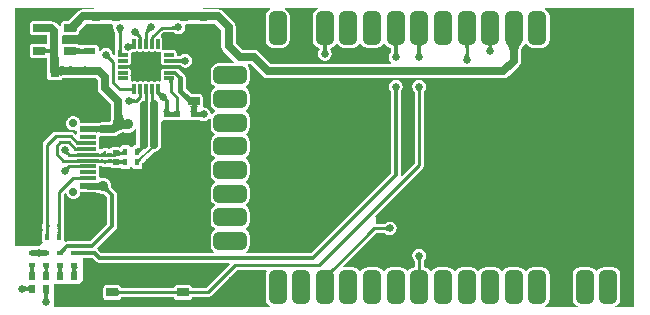
<source format=gtl>
G04 Layer_Physical_Order=1*
G04 Layer_Color=255*
%FSAX25Y25*%
%MOIN*%
G70*
G01*
G75*
G04:AMPARAMS|DCode=10|XSize=33.07mil|YSize=10.63mil|CornerRadius=1.33mil|HoleSize=0mil|Usage=FLASHONLY|Rotation=90.000|XOffset=0mil|YOffset=0mil|HoleType=Round|Shape=RoundedRectangle|*
%AMROUNDEDRECTD10*
21,1,0.03307,0.00797,0,0,90.0*
21,1,0.03041,0.01063,0,0,90.0*
1,1,0.00266,0.00399,0.01521*
1,1,0.00266,0.00399,-0.01521*
1,1,0.00266,-0.00399,-0.01521*
1,1,0.00266,-0.00399,0.01521*
%
%ADD10ROUNDEDRECTD10*%
G04:AMPARAMS|DCode=11|XSize=33.07mil|YSize=10.63mil|CornerRadius=1.33mil|HoleSize=0mil|Usage=FLASHONLY|Rotation=0.000|XOffset=0mil|YOffset=0mil|HoleType=Round|Shape=RoundedRectangle|*
%AMROUNDEDRECTD11*
21,1,0.03307,0.00797,0,0,0.0*
21,1,0.03041,0.01063,0,0,0.0*
1,1,0.00266,0.01521,-0.00399*
1,1,0.00266,-0.01521,-0.00399*
1,1,0.00266,-0.01521,0.00399*
1,1,0.00266,0.01521,0.00399*
%
%ADD11ROUNDEDRECTD11*%
%ADD12R,0.07874X0.07874*%
%ADD13R,0.03937X0.03150*%
%ADD14R,0.02362X0.01968*%
%ADD15R,0.11024X0.11024*%
G04:AMPARAMS|DCode=16|XSize=110.24mil|YSize=59.84mil|CornerRadius=14.96mil|HoleSize=0mil|Usage=FLASHONLY|Rotation=270.000|XOffset=0mil|YOffset=0mil|HoleType=Round|Shape=RoundedRectangle|*
%AMROUNDEDRECTD16*
21,1,0.11024,0.02992,0,0,270.0*
21,1,0.08031,0.05984,0,0,270.0*
1,1,0.02992,-0.01496,-0.04016*
1,1,0.02992,-0.01496,0.04016*
1,1,0.02992,0.01496,0.04016*
1,1,0.02992,0.01496,-0.04016*
%
%ADD16ROUNDEDRECTD16*%
G04:AMPARAMS|DCode=17|XSize=110.24mil|YSize=59.84mil|CornerRadius=14.96mil|HoleSize=0mil|Usage=FLASHONLY|Rotation=180.000|XOffset=0mil|YOffset=0mil|HoleType=Round|Shape=RoundedRectangle|*
%AMROUNDEDRECTD17*
21,1,0.11024,0.02992,0,0,180.0*
21,1,0.08031,0.05984,0,0,180.0*
1,1,0.02992,-0.04016,0.01496*
1,1,0.02992,0.04016,0.01496*
1,1,0.02992,0.04016,-0.01496*
1,1,0.02992,-0.04016,-0.01496*
%
%ADD17ROUNDEDRECTD17*%
%ADD18R,0.03937X0.02756*%
%ADD19R,0.05512X0.01181*%
%ADD20R,0.05512X0.02362*%
%ADD21R,0.03150X0.03937*%
%ADD22R,0.00984X0.01417*%
%ADD23R,0.01575X0.02362*%
%ADD24R,0.01968X0.02756*%
%ADD25R,0.02362X0.01575*%
%ADD26R,0.01417X0.00984*%
%ADD27R,0.03937X0.02953*%
%ADD28C,0.02756*%
%ADD29C,0.01000*%
%ADD30C,0.00984*%
%ADD31C,0.01378*%
%ADD32C,0.01181*%
%ADD33C,0.01575*%
%ADD34C,0.00787*%
%ADD35C,0.01968*%
%ADD36C,0.02362*%
%ADD37C,0.02756*%
%ADD38O,0.06299X0.03937*%
%ADD39O,0.08268X0.03937*%
%ADD40C,0.02559*%
%ADD41C,0.03543*%
G36*
X0128205Y0150760D02*
X0128235Y0150747D01*
X0128285Y0150735D01*
X0128355Y0150725D01*
X0128555Y0150709D01*
X0129195Y0150697D01*
Y0149697D01*
X0129005Y0149696D01*
X0128235Y0149647D01*
X0128205Y0149634D01*
X0128195Y0149619D01*
Y0150774D01*
X0128205Y0150760D01*
D02*
G37*
G36*
X0122709Y0149619D02*
X0122699Y0149634D01*
X0122669Y0149647D01*
X0122619Y0149659D01*
X0122549Y0149669D01*
X0122349Y0149684D01*
X0121709Y0149697D01*
Y0150697D01*
X0121899Y0150698D01*
X0122669Y0150747D01*
X0122699Y0150760D01*
X0122709Y0150774D01*
Y0149619D01*
D02*
G37*
G36*
X0143063Y0150282D02*
X0142928Y0150142D01*
X0142710Y0149880D01*
X0142627Y0149759D01*
X0142561Y0149644D01*
X0142513Y0149536D01*
X0142483Y0149434D01*
X0142469Y0149339D01*
X0142473Y0149251D01*
X0142495Y0149169D01*
X0141885Y0150762D01*
X0141923Y0150697D01*
X0141978Y0150659D01*
X0142049Y0150648D01*
X0142136Y0150664D01*
X0142239Y0150708D01*
X0142359Y0150778D01*
X0142494Y0150876D01*
X0142646Y0151000D01*
X0142999Y0151331D01*
X0143063Y0150282D01*
D02*
G37*
G36*
X0128205Y0152728D02*
X0128235Y0152715D01*
X0128285Y0152703D01*
X0128355Y0152693D01*
X0128555Y0152678D01*
X0129195Y0152665D01*
Y0151665D01*
X0129005Y0151665D01*
X0128235Y0151616D01*
X0128205Y0151602D01*
X0128195Y0151588D01*
Y0152743D01*
X0128205Y0152728D01*
D02*
G37*
G36*
X0122709Y0151588D02*
X0122699Y0151602D01*
X0122669Y0151616D01*
X0122619Y0151627D01*
X0122549Y0151637D01*
X0122349Y0151653D01*
X0121709Y0151665D01*
Y0152665D01*
X0121899Y0152666D01*
X0122669Y0152715D01*
X0122699Y0152728D01*
X0122709Y0152743D01*
Y0151588D01*
D02*
G37*
G36*
X0133490Y0149197D02*
X0133479Y0149292D01*
X0133448Y0149377D01*
X0133397Y0149452D01*
X0133326Y0149517D01*
X0133235Y0149572D01*
X0133123Y0149617D01*
X0132992Y0149652D01*
X0132841Y0149677D01*
X0132669Y0149692D01*
X0132530Y0149696D01*
X0132390Y0149692D01*
X0132219Y0149677D01*
X0132068Y0149652D01*
X0131936Y0149617D01*
X0131825Y0149572D01*
X0131734Y0149517D01*
X0131663Y0149452D01*
X0131612Y0149377D01*
X0131580Y0149292D01*
X0131570Y0149197D01*
X0131581Y0150381D01*
X0132478Y0150664D01*
Y0150697D01*
X0132668Y0150698D01*
X0133438Y0150747D01*
X0133468Y0150760D01*
X0133478Y0150774D01*
X0133490Y0149197D01*
D02*
G37*
G36*
X0122709Y0147651D02*
X0122699Y0147666D01*
X0122669Y0147679D01*
X0122619Y0147690D01*
X0122549Y0147700D01*
X0122349Y0147716D01*
X0121709Y0147728D01*
Y0148728D01*
X0121899Y0148729D01*
X0122669Y0148778D01*
X0122699Y0148791D01*
X0122709Y0148806D01*
Y0147651D01*
D02*
G37*
G36*
X0122709Y0143714D02*
X0122699Y0143730D01*
X0122670Y0143745D01*
X0122621Y0143757D01*
X0122552Y0143768D01*
X0122463Y0143778D01*
X0122079Y0143796D01*
X0121725Y0143799D01*
Y0144783D01*
X0121912Y0144784D01*
X0122621Y0144825D01*
X0122670Y0144838D01*
X0122699Y0144853D01*
X0122709Y0144869D01*
Y0143714D01*
D02*
G37*
G36*
X0119446Y0147872D02*
X0119350Y0147773D01*
X0119192Y0147583D01*
X0119129Y0147493D01*
X0119078Y0147405D01*
X0119037Y0147321D01*
X0119008Y0147240D01*
X0118989Y0147162D01*
X0118982Y0147087D01*
X0118985Y0147015D01*
X0117881Y0148119D01*
X0117953Y0148116D01*
X0118028Y0148123D01*
X0118106Y0148142D01*
X0118187Y0148171D01*
X0118271Y0148212D01*
X0118359Y0148263D01*
X0118449Y0148326D01*
X0118543Y0148399D01*
X0118639Y0148484D01*
X0118739Y0148580D01*
X0119446Y0147872D01*
D02*
G37*
G36*
X0129813Y0150694D02*
X0130133Y0150668D01*
X0130263Y0150646D01*
X0130373Y0150618D01*
X0130463Y0150583D01*
X0130533Y0150542D01*
X0130583Y0150495D01*
X0130613Y0150441D01*
X0130623Y0150381D01*
X0130635Y0149197D01*
X0130624Y0149292D01*
X0130593Y0149377D01*
X0130542Y0149452D01*
X0130471Y0149517D01*
X0130380Y0149572D01*
X0130269Y0149617D01*
X0130137Y0149652D01*
X0129986Y0149677D01*
X0129815Y0149692D01*
X0129623Y0149697D01*
Y0150697D01*
X0129813Y0150694D01*
D02*
G37*
G36*
X0135824Y0150685D02*
X0135854Y0150605D01*
X0135904Y0150534D01*
X0135974Y0150473D01*
X0136064Y0150421D01*
X0136174Y0150379D01*
X0136304Y0150346D01*
X0136417Y0150328D01*
X0136531Y0150346D01*
X0136661Y0150379D01*
X0136771Y0150421D01*
X0136861Y0150473D01*
X0136931Y0150534D01*
X0136981Y0150605D01*
X0137011Y0150685D01*
X0137021Y0150774D01*
X0137033Y0148803D01*
X0137022Y0148898D01*
X0136991Y0148983D01*
X0136941Y0149058D01*
X0136870Y0149123D01*
X0136778Y0149178D01*
X0136667Y0149223D01*
X0136536Y0149258D01*
X0136415Y0149278D01*
X0136304Y0149261D01*
X0136174Y0149228D01*
X0136064Y0149185D01*
X0135974Y0149134D01*
X0135904Y0149072D01*
X0135854Y0149002D01*
X0135824Y0148921D01*
X0135814Y0148832D01*
Y0150774D01*
X0135824Y0150685D01*
D02*
G37*
G36*
X0141489Y0160714D02*
Y0155512D01*
X0141343Y0155334D01*
X0140945D01*
X0140561Y0155258D01*
X0140235Y0155040D01*
X0140019Y0154717D01*
X0140008Y0154715D01*
X0139520D01*
X0139508Y0154717D01*
X0139292Y0155040D01*
X0138967Y0155258D01*
X0138583Y0155334D01*
X0137008D01*
X0136624Y0155258D01*
X0136298Y0155040D01*
X0136081Y0154715D01*
X0136039Y0154505D01*
X0135827Y0154547D01*
X0133465D01*
X0133080Y0154470D01*
X0132755Y0154253D01*
X0132304Y0154095D01*
X0131978Y0154313D01*
X0131595Y0154389D01*
X0130610D01*
X0130226Y0154313D01*
X0129901Y0154095D01*
X0129293Y0154076D01*
X0129211Y0154132D01*
Y0154724D01*
X0129135Y0155108D01*
X0129129Y0155118D01*
X0129135Y0155128D01*
X0129211Y0155512D01*
Y0156693D01*
X0129135Y0157077D01*
X0129129Y0157087D01*
X0129135Y0157096D01*
X0129211Y0157480D01*
Y0157968D01*
X0129598Y0158286D01*
X0129921Y0158221D01*
X0133858D01*
X0134780Y0158405D01*
X0135561Y0158927D01*
X0135777Y0159143D01*
X0135903Y0159233D01*
X0136123Y0159360D01*
X0136373Y0159475D01*
X0136656Y0159576D01*
X0136973Y0159661D01*
X0137324Y0159731D01*
X0137347Y0159733D01*
X0137863Y0159520D01*
X0138583Y0159425D01*
X0139302Y0159520D01*
X0139972Y0159798D01*
X0140548Y0160239D01*
X0140990Y0160815D01*
X0141489Y0160714D01*
D02*
G37*
G36*
X0122709Y0155525D02*
X0122701Y0155541D01*
X0122675Y0155555D01*
X0122632Y0155568D01*
X0122572Y0155579D01*
X0122494Y0155589D01*
X0122288Y0155603D01*
X0121850Y0155610D01*
Y0156595D01*
X0122014Y0156595D01*
X0122632Y0156636D01*
X0122675Y0156649D01*
X0122701Y0156664D01*
X0122709Y0156680D01*
Y0155525D01*
D02*
G37*
G36*
X0128212Y0161763D02*
X0128264Y0161732D01*
X0128350Y0161704D01*
X0128471Y0161680D01*
X0128627Y0161660D01*
X0129041Y0161631D01*
X0129921Y0161614D01*
Y0159646D01*
X0129593Y0159644D01*
X0128350Y0159556D01*
X0128264Y0159528D01*
X0128212Y0159497D01*
X0128195Y0159462D01*
Y0161798D01*
X0128212Y0161763D01*
D02*
G37*
G36*
X0166290Y0164039D02*
Y0161299D01*
X0166482Y0160331D01*
X0167031Y0159511D01*
X0167558Y0159159D01*
Y0158558D01*
X0167031Y0158205D01*
X0166482Y0157385D01*
X0166290Y0156417D01*
Y0153425D01*
X0166482Y0152457D01*
X0167031Y0151637D01*
X0167558Y0151285D01*
Y0150684D01*
X0167031Y0150331D01*
X0166482Y0149511D01*
X0166290Y0148543D01*
Y0145551D01*
X0166482Y0144583D01*
X0167031Y0143763D01*
X0167558Y0143411D01*
Y0142809D01*
X0167031Y0142457D01*
X0166482Y0141637D01*
X0166290Y0140669D01*
Y0137677D01*
X0166482Y0136709D01*
X0167031Y0135889D01*
X0167558Y0135537D01*
Y0134935D01*
X0167031Y0134583D01*
X0166482Y0133763D01*
X0166290Y0132795D01*
Y0129803D01*
X0166482Y0128835D01*
X0167031Y0128015D01*
X0167558Y0127663D01*
Y0127061D01*
X0167031Y0126709D01*
X0166482Y0125889D01*
X0166290Y0124921D01*
Y0121929D01*
X0166482Y0120961D01*
X0167031Y0120141D01*
X0167508Y0119822D01*
X0167356Y0119322D01*
X0129799D01*
X0128694Y0120427D01*
X0128592Y0120495D01*
X0128528Y0121139D01*
X0134600Y0127211D01*
X0134600Y0127211D01*
X0134948Y0127732D01*
X0135070Y0128347D01*
X0135070Y0128347D01*
Y0138583D01*
X0134948Y0139197D01*
X0134600Y0139718D01*
X0133356Y0140962D01*
X0133263Y0141062D01*
X0133229Y0141114D01*
X0133194Y0141179D01*
X0133163Y0141248D01*
X0133138Y0141322D01*
X0133118Y0141404D01*
X0133103Y0141494D01*
X0133093Y0141594D01*
X0133091Y0141702D01*
X0133095Y0141732D01*
X0133000Y0142452D01*
X0132722Y0143122D01*
X0132281Y0143698D01*
X0131705Y0144140D01*
X0131034Y0144417D01*
X0130315Y0144512D01*
X0129711Y0144432D01*
X0129211Y0144729D01*
Y0144882D01*
X0129135Y0145266D01*
X0129129Y0145276D01*
X0129135Y0145285D01*
X0129211Y0145669D01*
Y0146850D01*
X0129135Y0147234D01*
X0129129Y0147244D01*
X0129135Y0147254D01*
X0129211Y0147638D01*
Y0148230D01*
X0129293Y0148287D01*
X0129901Y0148267D01*
X0130226Y0148049D01*
X0130610Y0147973D01*
X0131595D01*
X0131978Y0148049D01*
X0132304Y0148267D01*
X0132755Y0148109D01*
X0133080Y0147892D01*
X0133465Y0147815D01*
X0135827D01*
X0136089Y0147868D01*
X0136092Y0147868D01*
X0136094Y0147869D01*
X0136184Y0147887D01*
X0136298Y0147716D01*
X0136624Y0147498D01*
X0137008Y0147422D01*
X0138583D01*
X0138967Y0147498D01*
X0139292Y0147716D01*
X0139508Y0148039D01*
X0139520Y0148041D01*
X0140008D01*
X0140019Y0148039D01*
X0140235Y0147716D01*
X0140561Y0147498D01*
X0140945Y0147422D01*
X0142520D01*
X0142904Y0147498D01*
X0143229Y0147716D01*
X0143447Y0148041D01*
X0143523Y0148425D01*
Y0149288D01*
X0143643Y0149431D01*
X0147336Y0153124D01*
X0147441Y0153103D01*
X0148363Y0153287D01*
X0149144Y0153809D01*
X0149666Y0154590D01*
X0149849Y0155512D01*
Y0163191D01*
X0150349Y0163572D01*
X0150394Y0163563D01*
X0152756D01*
X0152874Y0163587D01*
X0152884Y0163586D01*
X0152901Y0163592D01*
X0153140Y0163640D01*
X0153347Y0163778D01*
X0153553Y0163640D01*
X0153792Y0163592D01*
X0153809Y0163586D01*
X0153819Y0163587D01*
X0153937Y0163563D01*
X0156299D01*
X0156683Y0163640D01*
X0159065D01*
X0159449Y0163563D01*
X0161811D01*
X0162195Y0163640D01*
X0162296Y0163708D01*
X0162629Y0163728D01*
X0163093Y0163419D01*
X0163976Y0163243D01*
X0164860Y0163419D01*
X0165609Y0163919D01*
X0165790Y0164191D01*
X0166290Y0164039D01*
D02*
G37*
G36*
X0136829Y0165815D02*
X0136882Y0165347D01*
X0136970Y0164933D01*
X0137094Y0164575D01*
X0137254Y0164272D01*
X0137449Y0164024D01*
X0137679Y0163831D01*
X0137945Y0163693D01*
X0138246Y0163610D01*
X0138583Y0163583D01*
Y0160827D01*
X0138081Y0160815D01*
X0137607Y0160780D01*
X0137162Y0160721D01*
X0136745Y0160639D01*
X0136356Y0160534D01*
X0135995Y0160405D01*
X0135662Y0160253D01*
X0135357Y0160077D01*
X0135081Y0159878D01*
X0134833Y0159656D01*
X0132884Y0161604D01*
X0133106Y0161854D01*
X0133306Y0162136D01*
X0133481Y0162450D01*
X0133633Y0162795D01*
X0133762Y0163172D01*
X0133868Y0163580D01*
X0133950Y0164021D01*
X0134043Y0164996D01*
X0134055Y0165531D01*
X0136811Y0166339D01*
X0136829Y0165815D01*
D02*
G37*
G36*
X0143203Y0153727D02*
X0143033Y0153551D01*
X0142759Y0153222D01*
X0142656Y0153071D01*
X0142574Y0152927D01*
X0142514Y0152792D01*
X0142476Y0152666D01*
X0142460Y0152547D01*
X0142467Y0152437D01*
X0142495Y0152335D01*
X0141705Y0154306D01*
X0141754Y0154225D01*
X0141824Y0154178D01*
X0141913Y0154164D01*
X0142022Y0154185D01*
X0142151Y0154238D01*
X0142300Y0154326D01*
X0142470Y0154447D01*
X0142659Y0154603D01*
X0143097Y0155014D01*
X0143203Y0153727D01*
D02*
G37*
G36*
X0118982Y0153307D02*
X0118989Y0153232D01*
X0119008Y0153154D01*
X0119037Y0153073D01*
X0119078Y0152989D01*
X0119129Y0152901D01*
X0119192Y0152811D01*
X0119265Y0152717D01*
X0119350Y0152621D01*
X0119446Y0152521D01*
X0118739Y0151814D01*
X0118639Y0151910D01*
X0118449Y0152068D01*
X0118359Y0152131D01*
X0118271Y0152182D01*
X0118187Y0152223D01*
X0118106Y0152252D01*
X0118028Y0152271D01*
X0117953Y0152278D01*
X0117881Y0152274D01*
X0118985Y0153379D01*
X0118982Y0153307D01*
D02*
G37*
G36*
X0130623Y0151981D02*
X0129623Y0151665D01*
Y0152665D01*
X0129815Y0152670D01*
X0129986Y0152685D01*
X0130137Y0152710D01*
X0130269Y0152745D01*
X0130380Y0152790D01*
X0130471Y0152845D01*
X0130542Y0152910D01*
X0130593Y0152985D01*
X0130624Y0153070D01*
X0130635Y0153165D01*
X0130623Y0151981D01*
D02*
G37*
G36*
X0133478Y0151588D02*
X0133468Y0151602D01*
X0133438Y0151616D01*
X0133388Y0151627D01*
X0133318Y0151637D01*
X0133118Y0151653D01*
X0132478Y0151665D01*
Y0151698D01*
X0131581Y0151981D01*
X0131570Y0153165D01*
X0131580Y0153070D01*
X0131612Y0152985D01*
X0131663Y0152910D01*
X0131734Y0152845D01*
X0131825Y0152790D01*
X0131936Y0152745D01*
X0132068Y0152710D01*
X0132219Y0152685D01*
X0132390Y0152670D01*
X0132530Y0152667D01*
X0132669Y0152670D01*
X0132841Y0152685D01*
X0132992Y0152710D01*
X0133123Y0152745D01*
X0133235Y0152790D01*
X0133326Y0152845D01*
X0133397Y0152910D01*
X0133448Y0152985D01*
X0133479Y0153070D01*
X0133490Y0153165D01*
X0133478Y0151588D01*
D02*
G37*
G36*
X0122709Y0153556D02*
X0122699Y0153571D01*
X0122669Y0153584D01*
X0122619Y0153596D01*
X0122549Y0153606D01*
X0122349Y0153621D01*
X0121709Y0153634D01*
Y0154634D01*
X0121899Y0154635D01*
X0122669Y0154683D01*
X0122699Y0154697D01*
X0122709Y0154711D01*
Y0153556D01*
D02*
G37*
G36*
X0137021Y0151981D02*
X0137011Y0151996D01*
X0136981Y0152009D01*
X0136931Y0152021D01*
X0136861Y0152031D01*
X0136661Y0152047D01*
X0136556Y0152049D01*
X0136454Y0152040D01*
X0136304Y0152017D01*
X0136174Y0151984D01*
X0136064Y0151941D01*
X0135974Y0151889D01*
X0135904Y0151828D01*
X0135854Y0151757D01*
X0135824Y0151677D01*
X0135814Y0151588D01*
Y0153530D01*
X0135824Y0153441D01*
X0135854Y0153361D01*
X0135904Y0153290D01*
X0135974Y0153229D01*
X0136064Y0153177D01*
X0136174Y0153134D01*
X0136304Y0153102D01*
X0136414Y0153084D01*
X0136535Y0153104D01*
X0136667Y0153139D01*
X0136778Y0153184D01*
X0136869Y0153239D01*
X0136940Y0153304D01*
X0136991Y0153379D01*
X0137022Y0153464D01*
X0137033Y0153559D01*
X0137021Y0151981D01*
D02*
G37*
G36*
X0121924Y0114568D02*
X0121826Y0114533D01*
X0121740Y0114474D01*
X0121665Y0114391D01*
X0121601Y0114285D01*
X0121549Y0114155D01*
X0121509Y0114001D01*
X0121480Y0113824D01*
X0121475Y0113762D01*
X0121491Y0113558D01*
X0121518Y0113404D01*
X0121552Y0113274D01*
X0121594Y0113168D01*
X0121643Y0113085D01*
X0121700Y0113026D01*
X0121765Y0112991D01*
X0121837Y0112979D01*
X0119895D01*
X0119967Y0112991D01*
X0120032Y0113026D01*
X0120089Y0113085D01*
X0120139Y0113168D01*
X0120180Y0113274D01*
X0120215Y0113404D01*
X0120241Y0113558D01*
X0120260Y0113734D01*
X0120253Y0113824D01*
X0120224Y0114001D01*
X0120183Y0114155D01*
X0120131Y0114285D01*
X0120068Y0114391D01*
X0119993Y0114474D01*
X0119906Y0114533D01*
X0119808Y0114568D01*
X0119698Y0114580D01*
X0122034D01*
X0121924Y0114568D01*
D02*
G37*
G36*
X0117200D02*
X0117102Y0114533D01*
X0117015Y0114474D01*
X0116940Y0114391D01*
X0116877Y0114285D01*
X0116825Y0114155D01*
X0116784Y0114001D01*
X0116755Y0113824D01*
X0116750Y0113762D01*
X0116767Y0113558D01*
X0116793Y0113404D01*
X0116827Y0113274D01*
X0116869Y0113168D01*
X0116919Y0113085D01*
X0116976Y0113026D01*
X0117041Y0112991D01*
X0117113Y0112979D01*
X0115171D01*
X0115243Y0112991D01*
X0115307Y0113026D01*
X0115365Y0113085D01*
X0115414Y0113168D01*
X0115456Y0113274D01*
X0115490Y0113404D01*
X0115517Y0113558D01*
X0115536Y0113734D01*
X0115528Y0113824D01*
X0115499Y0114001D01*
X0115459Y0114155D01*
X0115407Y0114285D01*
X0115343Y0114391D01*
X0115268Y0114474D01*
X0115182Y0114533D01*
X0115083Y0114568D01*
X0114974Y0114580D01*
X0117310D01*
X0117200Y0114568D01*
D02*
G37*
G36*
X0107584Y0114570D02*
X0107500Y0114541D01*
X0107426Y0114491D01*
X0107362Y0114422D01*
X0107308Y0114334D01*
X0107264Y0114226D01*
X0107229Y0114098D01*
X0107205Y0113950D01*
X0107190Y0113783D01*
X0107190Y0113777D01*
X0107190Y0113776D01*
X0107204Y0113609D01*
X0107228Y0113461D01*
X0107262Y0113333D01*
X0107305Y0113225D01*
X0107358Y0113137D01*
X0107420Y0113068D01*
X0107492Y0113019D01*
X0107573Y0112989D01*
X0107664Y0112979D01*
X0105722D01*
X0105813Y0112989D01*
X0105894Y0113019D01*
X0105966Y0113068D01*
X0106028Y0113137D01*
X0106081Y0113225D01*
X0106124Y0113333D01*
X0106158Y0113461D01*
X0106182Y0113609D01*
X0106196Y0113776D01*
X0106196Y0113777D01*
X0106196Y0113783D01*
X0106181Y0113950D01*
X0106157Y0114098D01*
X0106122Y0114226D01*
X0106078Y0114334D01*
X0106024Y0114422D01*
X0105960Y0114491D01*
X0105886Y0114541D01*
X0105802Y0114570D01*
X0105709Y0114580D01*
X0107677D01*
X0107584Y0114570D01*
D02*
G37*
G36*
X0207695Y0113692D02*
X0207530Y0113520D01*
X0207278Y0113213D01*
X0207192Y0113078D01*
X0207132Y0112957D01*
X0207099Y0112848D01*
X0207092Y0112752D01*
X0207113Y0112668D01*
X0207159Y0112598D01*
X0207232Y0112540D01*
X0205499Y0113572D01*
X0205589Y0113532D01*
X0205690Y0113516D01*
X0205800Y0113524D01*
X0205920Y0113555D01*
X0206050Y0113610D01*
X0206190Y0113689D01*
X0206340Y0113790D01*
X0206499Y0113916D01*
X0206669Y0114064D01*
X0206848Y0114237D01*
X0207695Y0113692D01*
D02*
G37*
G36*
X0112308Y0114570D02*
X0112224Y0114541D01*
X0112151Y0114491D01*
X0112087Y0114422D01*
X0112032Y0114334D01*
X0111988Y0114226D01*
X0111954Y0114098D01*
X0111929Y0113950D01*
X0111914Y0113783D01*
X0111914Y0113777D01*
X0111914Y0113776D01*
X0111929Y0113609D01*
X0111953Y0113461D01*
X0111986Y0113333D01*
X0112029Y0113225D01*
X0112082Y0113137D01*
X0112144Y0113068D01*
X0112216Y0113019D01*
X0112297Y0112989D01*
X0112389Y0112979D01*
X0110446D01*
X0110537Y0112989D01*
X0110619Y0113019D01*
X0110690Y0113068D01*
X0110753Y0113137D01*
X0110805Y0113225D01*
X0110848Y0113333D01*
X0110882Y0113461D01*
X0110906Y0113609D01*
X0110920Y0113776D01*
X0110920Y0113777D01*
X0110920Y0113783D01*
X0110906Y0113950D01*
X0110881Y0114098D01*
X0110846Y0114226D01*
X0110802Y0114334D01*
X0110748Y0114422D01*
X0110684Y0114491D01*
X0110610Y0114541D01*
X0110527Y0114570D01*
X0110433Y0114580D01*
X0112402D01*
X0112308Y0114570D01*
D02*
G37*
G36*
X0105734Y0106299D02*
X0105721Y0106411D01*
X0105685Y0106512D01*
X0105625Y0106600D01*
X0105541Y0106677D01*
X0105434Y0106742D01*
X0105303Y0106795D01*
X0105148Y0106837D01*
X0105033Y0106856D01*
X0104957Y0106841D01*
X0104854Y0106814D01*
X0104759Y0106780D01*
X0104672Y0106740D01*
X0104592Y0106694D01*
X0104521Y0106643D01*
X0104457Y0106585D01*
Y0108376D01*
X0104521Y0108318D01*
X0104592Y0108266D01*
X0104672Y0108220D01*
X0104759Y0108181D01*
X0104854Y0108147D01*
X0104957Y0108120D01*
X0105033Y0108105D01*
X0105143Y0108123D01*
X0105297Y0108163D01*
X0105426Y0108215D01*
X0105533Y0108279D01*
X0105615Y0108354D01*
X0105674Y0108440D01*
X0105710Y0108539D01*
X0105722Y0108648D01*
X0105734Y0106299D01*
D02*
G37*
G36*
X0112316Y0105907D02*
X0112251Y0105871D01*
X0112194Y0105812D01*
X0112145Y0105729D01*
X0112103Y0105623D01*
X0112069Y0105493D01*
X0112042Y0105340D01*
X0112023Y0105163D01*
X0112013Y0104893D01*
X0112035Y0104674D01*
X0112057Y0104563D01*
X0112084Y0104460D01*
X0112118Y0104365D01*
X0112157Y0104278D01*
X0112203Y0104199D01*
X0112255Y0104127D01*
X0112313Y0104063D01*
X0110522D01*
X0110580Y0104127D01*
X0110632Y0104199D01*
X0110677Y0104278D01*
X0110717Y0104365D01*
X0110750Y0104460D01*
X0110778Y0104563D01*
X0110799Y0104674D01*
X0110815Y0104792D01*
X0110824Y0104918D01*
X0110823Y0104962D01*
X0110793Y0105340D01*
X0110766Y0105493D01*
X0110732Y0105623D01*
X0110690Y0105729D01*
X0110640Y0105812D01*
X0110583Y0105871D01*
X0110518Y0105907D01*
X0110446Y0105919D01*
X0112389D01*
X0112316Y0105907D01*
D02*
G37*
G36*
X0127998Y0116581D02*
X0128519Y0116233D01*
X0129134Y0116111D01*
X0129134Y0116111D01*
X0172384D01*
X0172575Y0115649D01*
X0164660Y0107734D01*
X0160053D01*
X0159982Y0108089D01*
X0159765Y0108414D01*
X0159439Y0108632D01*
X0159055Y0108708D01*
X0155118D01*
X0154734Y0108632D01*
X0154409Y0108414D01*
X0154191Y0108089D01*
X0154120Y0107734D01*
X0136431D01*
X0136360Y0108089D01*
X0136143Y0108414D01*
X0135817Y0108632D01*
X0135433Y0108708D01*
X0131496D01*
X0131112Y0108632D01*
X0130787Y0108414D01*
X0130569Y0108089D01*
X0130492Y0107705D01*
Y0104752D01*
X0130569Y0104368D01*
X0130787Y0104042D01*
X0131112Y0103825D01*
X0131496Y0103748D01*
X0135433D01*
X0135817Y0103825D01*
X0136143Y0104042D01*
X0136360Y0104368D01*
X0136431Y0104723D01*
X0154120D01*
X0154191Y0104368D01*
X0154409Y0104042D01*
X0154734Y0103825D01*
X0155118Y0103748D01*
X0159055D01*
X0159439Y0103825D01*
X0159765Y0104042D01*
X0159982Y0104368D01*
X0160053Y0104723D01*
X0165284D01*
X0165859Y0104838D01*
X0166348Y0105164D01*
X0175033Y0113849D01*
X0184751D01*
X0184986Y0113408D01*
X0184750Y0113054D01*
X0184558Y0112087D01*
Y0104055D01*
X0184750Y0103087D01*
X0185298Y0102267D01*
X0186119Y0101719D01*
X0186192Y0101704D01*
X0186143Y0101204D01*
X0114173D01*
Y0109055D01*
X0122441D01*
X0123622Y0110236D01*
Y0117686D01*
X0126894D01*
X0127998Y0116581D01*
D02*
G37*
G36*
X0135418Y0107119D02*
X0135448Y0107035D01*
X0135498Y0106962D01*
X0135567Y0106898D01*
X0135657Y0106843D01*
X0135767Y0106799D01*
X0135896Y0106765D01*
X0136046Y0106740D01*
X0136215Y0106725D01*
X0136404Y0106720D01*
Y0105736D01*
X0136215Y0105731D01*
X0136046Y0105717D01*
X0135896Y0105692D01*
X0135767Y0105657D01*
X0135657Y0105613D01*
X0135567Y0105559D01*
X0135498Y0105495D01*
X0135448Y0105421D01*
X0135418Y0105338D01*
X0135408Y0105244D01*
Y0107213D01*
X0135418Y0107119D01*
D02*
G37*
G36*
X0159040D02*
X0159070Y0107035D01*
X0159120Y0106962D01*
X0159189Y0106898D01*
X0159279Y0106843D01*
X0159389Y0106799D01*
X0159518Y0106765D01*
X0159668Y0106740D01*
X0159837Y0106725D01*
X0160026Y0106720D01*
Y0105736D01*
X0159837Y0105731D01*
X0159668Y0105717D01*
X0159518Y0105692D01*
X0159389Y0105657D01*
X0159279Y0105613D01*
X0159189Y0105559D01*
X0159120Y0105495D01*
X0159070Y0105421D01*
X0159040Y0105338D01*
X0159030Y0105244D01*
Y0107213D01*
X0159040Y0107119D01*
D02*
G37*
G36*
X0155143Y0105244D02*
X0155133Y0105338D01*
X0155103Y0105421D01*
X0155053Y0105495D01*
X0154984Y0105559D01*
X0154894Y0105613D01*
X0154785Y0105657D01*
X0154655Y0105692D01*
X0154506Y0105717D01*
X0154336Y0105731D01*
X0154147Y0105736D01*
Y0106720D01*
X0154336Y0106725D01*
X0154506Y0106740D01*
X0154655Y0106765D01*
X0154785Y0106799D01*
X0154894Y0106843D01*
X0154984Y0106898D01*
X0155053Y0106962D01*
X0155103Y0107035D01*
X0155133Y0107119D01*
X0155143Y0107213D01*
Y0105244D01*
D02*
G37*
G36*
X0112306Y0129623D02*
X0112329Y0129308D01*
X0112348Y0129180D01*
X0112374Y0129072D01*
X0112405Y0128983D01*
X0112442Y0128914D01*
X0112484Y0128865D01*
X0112532Y0128835D01*
X0112585Y0128826D01*
X0111194D01*
X0111218Y0128835D01*
X0111239Y0128865D01*
X0111258Y0128914D01*
X0111274Y0128983D01*
X0111288Y0129072D01*
X0111308Y0129308D01*
X0111318Y0129623D01*
X0111319Y0129810D01*
X0112303D01*
X0112306Y0129623D01*
D02*
G37*
G36*
X0225071Y0126663D02*
X0224989Y0126740D01*
X0224903Y0126809D01*
X0224811Y0126869D01*
X0224715Y0126922D01*
X0224614Y0126966D01*
X0224508Y0127002D01*
X0224397Y0127031D01*
X0224282Y0127051D01*
X0224161Y0127063D01*
X0224035Y0127067D01*
Y0128051D01*
X0224161Y0128055D01*
X0224282Y0128067D01*
X0224397Y0128087D01*
X0224508Y0128116D01*
X0224614Y0128152D01*
X0224715Y0128197D01*
X0224811Y0128249D01*
X0224903Y0128309D01*
X0224989Y0128378D01*
X0225071Y0128455D01*
Y0126663D01*
D02*
G37*
G36*
X0116241Y0129623D02*
X0116285Y0128983D01*
X0116301Y0128914D01*
X0116320Y0128865D01*
X0116341Y0128835D01*
X0116365Y0128826D01*
X0114974D01*
X0115027Y0128835D01*
X0115075Y0128865D01*
X0115118Y0128914D01*
X0115154Y0128983D01*
X0115185Y0129072D01*
X0115211Y0129180D01*
X0115231Y0129308D01*
X0115245Y0129455D01*
X0115256Y0129810D01*
X0116240D01*
X0116241Y0129623D01*
D02*
G37*
G36*
X0131512Y0141651D02*
X0131561Y0141543D01*
X0131643Y0141409D01*
X0131701Y0141329D01*
X0132087Y0141715D01*
X0132091Y0141536D01*
X0132107Y0141364D01*
X0132135Y0141198D01*
X0132175Y0141038D01*
X0132227Y0140885D01*
X0132290Y0140739D01*
X0132366Y0140599D01*
X0132454Y0140465D01*
X0132491Y0140418D01*
X0132817Y0140069D01*
X0133126Y0139756D01*
X0132291Y0138921D01*
X0131978Y0139231D01*
X0131510Y0139641D01*
X0131448Y0139681D01*
X0131308Y0139757D01*
X0131162Y0139821D01*
X0131009Y0139873D01*
X0130850Y0139912D01*
X0130684Y0139941D01*
X0130511Y0139956D01*
X0130333Y0139961D01*
X0130712Y0140340D01*
X0130638Y0140404D01*
X0130504Y0140486D01*
X0130396Y0140535D01*
X0130314Y0140551D01*
X0131496Y0141733D01*
X0131512Y0141651D01*
D02*
G37*
G36*
X0125452Y0139524D02*
X0128665D01*
X0128925Y0139325D01*
X0129595Y0139047D01*
X0130315Y0138953D01*
X0130345Y0138957D01*
X0130453Y0138954D01*
X0130553Y0138945D01*
X0130644Y0138929D01*
X0130725Y0138909D01*
X0130799Y0138884D01*
X0130868Y0138854D01*
X0130912Y0138830D01*
X0131188Y0138589D01*
X0131859Y0137918D01*
Y0129011D01*
X0126107Y0123259D01*
X0118504D01*
X0118504Y0123259D01*
X0117955Y0123150D01*
X0117710Y0123303D01*
X0117512Y0123486D01*
X0117539Y0123622D01*
Y0125984D01*
X0117504Y0126160D01*
X0117504Y0126182D01*
X0117496Y0126199D01*
X0117463Y0126368D01*
X0117351Y0126535D01*
X0117349Y0126541D01*
X0117344Y0126545D01*
X0117256Y0126678D01*
X0117253Y0126709D01*
Y0127319D01*
X0117254Y0127327D01*
X0117260Y0127403D01*
X0117305Y0127470D01*
X0117382Y0127854D01*
Y0128839D01*
X0117305Y0129223D01*
X0117271Y0129273D01*
X0117253Y0129534D01*
Y0139140D01*
X0117595Y0139482D01*
X0118134Y0139314D01*
X0118190Y0139030D01*
X0118228Y0138939D01*
X0118247Y0138842D01*
X0118302Y0138760D01*
X0118340Y0138669D01*
X0118645Y0138213D01*
X0118714Y0138143D01*
X0118769Y0138061D01*
X0118852Y0138006D01*
X0118921Y0137936D01*
X0119377Y0137631D01*
X0119468Y0137594D01*
X0119551Y0137539D01*
X0119648Y0137519D01*
X0119739Y0137481D01*
X0120277Y0137375D01*
X0120277Y0137375D01*
X0120376D01*
X0120472Y0137355D01*
X0120569Y0137375D01*
X0120668D01*
X0121206Y0137481D01*
X0121297Y0137519D01*
X0121394Y0137539D01*
X0121476Y0137594D01*
X0121568Y0137631D01*
X0122023Y0137936D01*
X0122093Y0138006D01*
X0122176Y0138061D01*
X0122230Y0138143D01*
X0122300Y0138213D01*
X0122605Y0138669D01*
X0122643Y0138760D01*
X0122698Y0138842D01*
X0122717Y0138939D01*
X0122755Y0139030D01*
X0122858Y0139548D01*
X0125336D01*
X0125452Y0139524D01*
D02*
G37*
G36*
X0116341Y0127857D02*
X0116320Y0127828D01*
X0116301Y0127779D01*
X0116285Y0127710D01*
X0116271Y0127621D01*
X0116251Y0127385D01*
X0116241Y0127070D01*
X0116241Y0126933D01*
X0116243Y0126769D01*
X0116266Y0126453D01*
X0116285Y0126326D01*
X0116311Y0126217D01*
X0116342Y0126129D01*
X0116378Y0126060D01*
X0116421Y0126011D01*
X0116469Y0125981D01*
X0116523Y0125971D01*
X0114974D01*
X0115027Y0125981D01*
X0115075Y0126011D01*
X0115118Y0126060D01*
X0115154Y0126129D01*
X0115185Y0126217D01*
X0115211Y0126326D01*
X0115231Y0126453D01*
X0115245Y0126601D01*
X0115255Y0126932D01*
X0115253Y0127070D01*
X0115231Y0127385D01*
X0115211Y0127513D01*
X0115185Y0127621D01*
X0115154Y0127710D01*
X0115118Y0127779D01*
X0115075Y0127828D01*
X0115027Y0127857D01*
X0114974Y0127867D01*
X0116365D01*
X0116341Y0127857D01*
D02*
G37*
G36*
X0236646Y0117509D02*
X0236577Y0117422D01*
X0236517Y0117331D01*
X0236464Y0117235D01*
X0236420Y0117134D01*
X0236384Y0117028D01*
X0236355Y0116917D01*
X0236335Y0116801D01*
X0236323Y0116681D01*
X0236319Y0116555D01*
X0235335D01*
X0235331Y0116681D01*
X0235318Y0116801D01*
X0235298Y0116917D01*
X0235270Y0117028D01*
X0235234Y0117134D01*
X0235189Y0117235D01*
X0235137Y0117331D01*
X0235076Y0117422D01*
X0235008Y0117509D01*
X0234931Y0117590D01*
X0236722D01*
X0236646Y0117509D01*
D02*
G37*
G36*
X0236324Y0114378D02*
X0236339Y0114209D01*
X0236363Y0114060D01*
X0236398Y0113930D01*
X0236442Y0113821D01*
X0236496Y0113731D01*
X0236560Y0113661D01*
X0236634Y0113611D01*
X0236718Y0113581D01*
X0236811Y0113572D01*
X0234842D01*
X0234936Y0113581D01*
X0235020Y0113611D01*
X0235093Y0113661D01*
X0235157Y0113731D01*
X0235212Y0113821D01*
X0235256Y0113930D01*
X0235290Y0114060D01*
X0235315Y0114209D01*
X0235330Y0114378D01*
X0235335Y0114568D01*
X0236319D01*
X0236324Y0114378D01*
D02*
G37*
G36*
X0122046Y0120031D02*
X0122081Y0120000D01*
X0122141Y0119972D01*
X0122223Y0119948D01*
X0122329Y0119928D01*
X0122459Y0119911D01*
X0122790Y0119889D01*
X0123215Y0119882D01*
Y0118701D01*
X0122991Y0118699D01*
X0122329Y0118655D01*
X0122223Y0118635D01*
X0122141Y0118611D01*
X0122081Y0118583D01*
X0122046Y0118552D01*
X0122034Y0118517D01*
Y0120066D01*
X0122046Y0120031D01*
D02*
G37*
G36*
X0112532Y0127857D02*
X0112484Y0127828D01*
X0112442Y0127779D01*
X0112405Y0127710D01*
X0112374Y0127621D01*
X0112348Y0127513D01*
X0112329Y0127385D01*
X0112314Y0127237D01*
X0112304Y0126906D01*
X0112306Y0126769D01*
X0112329Y0126453D01*
X0112348Y0126326D01*
X0112374Y0126217D01*
X0112405Y0126129D01*
X0112442Y0126060D01*
X0112484Y0126011D01*
X0112532Y0125981D01*
X0112585Y0125971D01*
X0111037D01*
X0111090Y0125981D01*
X0111138Y0126011D01*
X0111181Y0126060D01*
X0111217Y0126129D01*
X0111248Y0126217D01*
X0111274Y0126326D01*
X0111293Y0126453D01*
X0111308Y0126601D01*
X0111319Y0126943D01*
X0111318Y0127070D01*
X0111274Y0127710D01*
X0111258Y0127779D01*
X0111239Y0127828D01*
X0111218Y0127857D01*
X0111194Y0127867D01*
X0112585D01*
X0112532Y0127857D01*
D02*
G37*
G36*
X0118145Y0120459D02*
X0117892Y0120199D01*
X0117499Y0119739D01*
X0117358Y0119541D01*
X0117255Y0119364D01*
X0117189Y0119207D01*
X0117160Y0119071D01*
X0117169Y0118956D01*
X0117215Y0118862D01*
X0117298Y0118789D01*
X0115246Y0120054D01*
X0115354Y0120006D01*
X0115476Y0119987D01*
X0115610Y0119998D01*
X0115758Y0120039D01*
X0115918Y0120109D01*
X0116092Y0120208D01*
X0116278Y0120337D01*
X0116478Y0120495D01*
X0116691Y0120683D01*
X0116916Y0120901D01*
X0118145Y0120459D01*
D02*
G37*
G36*
X0161814Y0166488D02*
X0161861Y0166456D01*
X0161940Y0166429D01*
X0162050Y0166405D01*
X0162192Y0166384D01*
X0162565Y0166356D01*
X0162874Y0166378D01*
X0162940Y0166392D01*
X0162994Y0166408D01*
X0163035Y0166426D01*
X0163063Y0166447D01*
Y0166345D01*
X0163373Y0166339D01*
Y0164764D01*
X0163074Y0164762D01*
X0163063Y0164761D01*
Y0164655D01*
X0163035Y0164676D01*
X0162994Y0164694D01*
X0162940Y0164711D01*
X0162874Y0164725D01*
X0162794Y0164737D01*
X0162743Y0164741D01*
X0162050Y0164698D01*
X0161940Y0164674D01*
X0161861Y0164646D01*
X0161814Y0164615D01*
X0161798Y0164580D01*
Y0166522D01*
X0161814Y0166488D01*
D02*
G37*
G36*
X0205222Y0188781D02*
X0205138Y0188751D01*
X0205064Y0188701D01*
X0205000Y0188631D01*
X0204946Y0188542D01*
X0204902Y0188432D01*
X0204867Y0188303D01*
X0204842Y0188153D01*
X0204828Y0187984D01*
X0204823Y0187794D01*
X0203839D01*
X0203834Y0187984D01*
X0203819Y0188153D01*
X0203794Y0188303D01*
X0203760Y0188432D01*
X0203716Y0188542D01*
X0203661Y0188631D01*
X0203597Y0188701D01*
X0203524Y0188751D01*
X0203440Y0188781D01*
X0203346Y0188791D01*
X0205315D01*
X0205222Y0188781D01*
D02*
G37*
G36*
X0307457Y0101204D02*
X0301259D01*
X0301210Y0101704D01*
X0301283Y0101719D01*
X0302103Y0102267D01*
X0302651Y0103087D01*
X0302844Y0104055D01*
Y0112087D01*
X0302651Y0113054D01*
X0302103Y0113875D01*
X0301283Y0114423D01*
X0300315Y0114615D01*
X0297323D01*
X0296355Y0114423D01*
X0295535Y0113875D01*
X0295183Y0113348D01*
X0294581D01*
X0294229Y0113875D01*
X0293409Y0114423D01*
X0292441Y0114615D01*
X0289449D01*
X0288481Y0114423D01*
X0287661Y0113875D01*
X0287112Y0113054D01*
X0286920Y0112087D01*
Y0104055D01*
X0287112Y0103087D01*
X0287661Y0102267D01*
X0288481Y0101719D01*
X0288554Y0101704D01*
X0288505Y0101204D01*
X0277637D01*
X0277588Y0101704D01*
X0277661Y0101719D01*
X0278481Y0102267D01*
X0279029Y0103087D01*
X0279222Y0104055D01*
Y0112087D01*
X0279029Y0113054D01*
X0278481Y0113875D01*
X0277661Y0114423D01*
X0276693Y0114615D01*
X0273701D01*
X0272733Y0114423D01*
X0271913Y0113875D01*
X0271561Y0113348D01*
X0270959D01*
X0270607Y0113875D01*
X0269787Y0114423D01*
X0268819Y0114615D01*
X0265827D01*
X0264859Y0114423D01*
X0264039Y0113875D01*
X0263686Y0113348D01*
X0263085D01*
X0262733Y0113875D01*
X0261913Y0114423D01*
X0260945Y0114615D01*
X0257953D01*
X0256985Y0114423D01*
X0256165Y0113875D01*
X0255813Y0113348D01*
X0255211D01*
X0254859Y0113875D01*
X0254039Y0114423D01*
X0253071Y0114615D01*
X0250079D01*
X0249111Y0114423D01*
X0248290Y0113875D01*
X0247938Y0113348D01*
X0247337D01*
X0246985Y0113875D01*
X0246165Y0114423D01*
X0245197Y0114615D01*
X0242205D01*
X0241237Y0114423D01*
X0240417Y0113875D01*
X0240064Y0113348D01*
X0239463D01*
X0239111Y0113875D01*
X0238291Y0114423D01*
X0237332Y0114614D01*
Y0116677D01*
X0237337Y0116706D01*
X0237346Y0116741D01*
X0237355Y0116768D01*
X0237366Y0116792D01*
X0237377Y0116812D01*
X0237383Y0116821D01*
X0237459Y0116872D01*
X0237959Y0117621D01*
X0238135Y0118504D01*
X0237959Y0119387D01*
X0237459Y0120136D01*
X0236710Y0120636D01*
X0235827Y0120812D01*
X0234944Y0120636D01*
X0234195Y0120136D01*
X0233694Y0119387D01*
X0233519Y0118504D01*
X0233694Y0117621D01*
X0234195Y0116872D01*
X0234271Y0116821D01*
X0234277Y0116812D01*
X0234288Y0116792D01*
X0234298Y0116769D01*
X0234308Y0116741D01*
X0234316Y0116706D01*
X0234321Y0116677D01*
Y0114614D01*
X0233363Y0114423D01*
X0232542Y0113875D01*
X0232190Y0113348D01*
X0231589D01*
X0231237Y0113875D01*
X0230417Y0114423D01*
X0229449Y0114615D01*
X0226457D01*
X0225489Y0114423D01*
X0224669Y0113875D01*
X0224316Y0113348D01*
X0223715D01*
X0223363Y0113875D01*
X0222543Y0114423D01*
X0221575Y0114615D01*
X0218583D01*
X0217615Y0114423D01*
X0216794Y0113875D01*
X0216442Y0113348D01*
X0215841D01*
X0215489Y0113875D01*
X0214669Y0114423D01*
X0213701Y0114615D01*
X0210758D01*
X0210615Y0114791D01*
X0210480Y0115044D01*
X0221490Y0126054D01*
X0224157D01*
X0224187Y0126049D01*
X0224221Y0126040D01*
X0224249Y0126030D01*
X0224272Y0126020D01*
X0224293Y0126009D01*
X0224301Y0126003D01*
X0224352Y0125927D01*
X0225101Y0125427D01*
X0225984Y0125251D01*
X0226868Y0125427D01*
X0227616Y0125927D01*
X0228117Y0126676D01*
X0228292Y0127559D01*
X0228117Y0128442D01*
X0227616Y0129191D01*
X0226868Y0129692D01*
X0225984Y0129867D01*
X0225101Y0129692D01*
X0224352Y0129191D01*
X0224301Y0129115D01*
X0224293Y0129109D01*
X0224272Y0129098D01*
X0224249Y0129088D01*
X0224221Y0129078D01*
X0224187Y0129069D01*
X0224157Y0129064D01*
X0221260D01*
Y0131496D01*
X0220946Y0131810D01*
X0236891Y0147755D01*
X0237217Y0148243D01*
X0237332Y0148819D01*
Y0172976D01*
X0237337Y0173006D01*
X0237346Y0173040D01*
X0237355Y0173068D01*
X0237366Y0173091D01*
X0237377Y0173112D01*
X0237383Y0173120D01*
X0237459Y0173171D01*
X0237959Y0173920D01*
X0238135Y0174803D01*
X0237959Y0175686D01*
X0237459Y0176435D01*
X0236710Y0176936D01*
X0235827Y0177111D01*
X0234944Y0176936D01*
X0234195Y0176435D01*
X0233694Y0175686D01*
X0233519Y0174803D01*
X0233694Y0173920D01*
X0234195Y0173171D01*
X0234271Y0173120D01*
X0234277Y0173112D01*
X0234288Y0173091D01*
X0234298Y0173068D01*
X0234308Y0173040D01*
X0234316Y0173006D01*
X0234321Y0172976D01*
Y0149442D01*
X0230047Y0145168D01*
X0229825Y0145217D01*
X0229558Y0145386D01*
Y0173091D01*
X0229562Y0173120D01*
X0229570Y0173161D01*
X0229585Y0173171D01*
X0230085Y0173920D01*
X0230261Y0174803D01*
X0230085Y0175686D01*
X0229585Y0176435D01*
X0228836Y0176936D01*
X0227953Y0177111D01*
X0227069Y0176936D01*
X0226321Y0176435D01*
X0225820Y0175686D01*
X0225645Y0174803D01*
X0225820Y0173920D01*
X0226321Y0173171D01*
X0226336Y0173161D01*
X0226341Y0173134D01*
X0226347Y0173070D01*
Y0145941D01*
X0199729Y0119322D01*
X0178313D01*
X0178162Y0119822D01*
X0178639Y0120141D01*
X0179187Y0120961D01*
X0179379Y0121929D01*
Y0124921D01*
X0179187Y0125889D01*
X0178639Y0126709D01*
X0178112Y0127061D01*
Y0127663D01*
X0178639Y0128015D01*
X0179187Y0128835D01*
X0179379Y0129803D01*
Y0132795D01*
X0179187Y0133763D01*
X0178639Y0134583D01*
X0178112Y0134935D01*
Y0135537D01*
X0178639Y0135889D01*
X0179187Y0136709D01*
X0179379Y0137677D01*
Y0140669D01*
X0179187Y0141637D01*
X0178639Y0142457D01*
X0178112Y0142809D01*
Y0143411D01*
X0178639Y0143763D01*
X0179187Y0144583D01*
X0179379Y0145551D01*
Y0148543D01*
X0179187Y0149511D01*
X0178639Y0150331D01*
X0178112Y0150684D01*
Y0151285D01*
X0178639Y0151637D01*
X0179187Y0152457D01*
X0179379Y0153425D01*
Y0156417D01*
X0179187Y0157385D01*
X0178639Y0158205D01*
X0178112Y0158558D01*
Y0159159D01*
X0178639Y0159511D01*
X0179187Y0160331D01*
X0179379Y0161299D01*
Y0164291D01*
X0179187Y0165259D01*
X0178639Y0166079D01*
X0178112Y0166432D01*
Y0167033D01*
X0178639Y0167385D01*
X0179187Y0168205D01*
X0179379Y0169173D01*
Y0172165D01*
X0179187Y0173133D01*
X0178639Y0173953D01*
X0178112Y0174306D01*
Y0174907D01*
X0178639Y0175259D01*
X0179187Y0176079D01*
X0179379Y0177047D01*
Y0180039D01*
X0179187Y0181007D01*
X0178699Y0181737D01*
X0178857Y0182237D01*
X0179711D01*
X0183632Y0178317D01*
X0184413Y0177795D01*
X0185335Y0177611D01*
X0263878D01*
X0264800Y0177795D01*
X0265581Y0178317D01*
X0269026Y0181762D01*
X0269548Y0182543D01*
X0269731Y0183465D01*
Y0186604D01*
X0269745Y0186766D01*
X0269793Y0187086D01*
X0269858Y0187370D01*
X0269937Y0187619D01*
X0270028Y0187834D01*
X0270129Y0188017D01*
X0270239Y0188173D01*
X0270359Y0188306D01*
X0270436Y0188373D01*
X0270607Y0188487D01*
X0270959Y0189014D01*
X0271561D01*
X0271913Y0188487D01*
X0272733Y0187939D01*
X0273701Y0187747D01*
X0276693D01*
X0277661Y0187939D01*
X0278481Y0188487D01*
X0279029Y0189308D01*
X0279222Y0190276D01*
Y0198307D01*
X0279029Y0199275D01*
X0278481Y0200095D01*
X0277661Y0200643D01*
X0277588Y0200658D01*
X0277637Y0201158D01*
X0307457D01*
Y0101204D01*
D02*
G37*
G36*
X0252466Y0188781D02*
X0252382Y0188751D01*
X0252308Y0188701D01*
X0252244Y0188631D01*
X0252190Y0188542D01*
X0252146Y0188432D01*
X0252111Y0188303D01*
X0252087Y0188153D01*
X0252072Y0187984D01*
X0252067Y0187794D01*
X0251083D01*
X0251078Y0187984D01*
X0251063Y0188153D01*
X0251038Y0188303D01*
X0251004Y0188432D01*
X0250960Y0188542D01*
X0250905Y0188631D01*
X0250841Y0188701D01*
X0250768Y0188751D01*
X0250684Y0188781D01*
X0250590Y0188791D01*
X0252559D01*
X0252466Y0188781D01*
D02*
G37*
G36*
X0142228Y0192986D02*
X0142240Y0192876D01*
X0142262Y0192769D01*
X0142293Y0192663D01*
X0142333Y0192561D01*
X0142382Y0192460D01*
X0142441Y0192362D01*
X0142508Y0192266D01*
X0142585Y0192172D01*
X0142671Y0192080D01*
X0141975Y0191384D01*
X0141883Y0191470D01*
X0141789Y0191547D01*
X0141693Y0191614D01*
X0141595Y0191673D01*
X0141495Y0191722D01*
X0141392Y0191762D01*
X0141287Y0191793D01*
X0141179Y0191815D01*
X0141070Y0191827D01*
X0140958Y0191831D01*
X0142224Y0193097D01*
X0142228Y0192986D01*
D02*
G37*
G36*
X0140239Y0188791D02*
X0140351Y0188783D01*
X0140486Y0188779D01*
Y0187598D01*
X0140351Y0187595D01*
X0140256Y0187586D01*
X0140257Y0187501D01*
X0140237Y0187520D01*
X0140195Y0187536D01*
X0140130Y0187551D01*
X0140057Y0187561D01*
X0139996Y0187550D01*
X0139893Y0187522D01*
X0139798Y0187489D01*
X0139711Y0187449D01*
X0139632Y0187403D01*
X0139560Y0187351D01*
X0139497Y0187293D01*
Y0187591D01*
X0139262Y0187598D01*
X0139038Y0187598D01*
Y0188779D01*
X0139266Y0188785D01*
X0139470Y0188803D01*
X0139497Y0188807D01*
Y0189085D01*
X0139560Y0189027D01*
X0139632Y0188975D01*
X0139711Y0188929D01*
X0139798Y0188889D01*
X0139822Y0188881D01*
X0139936Y0188927D01*
X0140044Y0188992D01*
X0140127Y0189069D01*
X0140185Y0189157D01*
X0140220Y0189258D01*
X0140231Y0189370D01*
X0140239Y0188791D01*
D02*
G37*
G36*
X0201940Y0200658D02*
X0201867Y0200643D01*
X0201046Y0200095D01*
X0200498Y0199275D01*
X0200306Y0198307D01*
Y0190276D01*
X0200498Y0189308D01*
X0201046Y0188487D01*
X0201867Y0187939D01*
X0202394Y0187834D01*
X0202434Y0187785D01*
X0202584Y0187287D01*
X0202198Y0186710D01*
X0202023Y0185827D01*
X0202198Y0184943D01*
X0202699Y0184195D01*
X0203447Y0183694D01*
X0204331Y0183519D01*
X0205214Y0183694D01*
X0205963Y0184195D01*
X0206463Y0184943D01*
X0206639Y0185827D01*
X0206463Y0186710D01*
X0206078Y0187287D01*
X0206227Y0187785D01*
X0206267Y0187834D01*
X0206795Y0187939D01*
X0207615Y0188487D01*
X0207967Y0189014D01*
X0208568D01*
X0208921Y0188487D01*
X0209741Y0187939D01*
X0210709Y0187747D01*
X0213701D01*
X0214669Y0187939D01*
X0215489Y0188487D01*
X0215841Y0189014D01*
X0216442D01*
X0216794Y0188487D01*
X0217615Y0187939D01*
X0218583Y0187747D01*
X0221575D01*
X0222543Y0187939D01*
X0223363Y0188487D01*
X0223715Y0189014D01*
X0224316D01*
X0224669Y0188487D01*
X0225489Y0187939D01*
X0226347Y0187768D01*
Y0186357D01*
X0226343Y0186329D01*
X0226336Y0186288D01*
X0226321Y0186278D01*
X0225820Y0185529D01*
X0225645Y0184646D01*
X0225820Y0183762D01*
X0226321Y0183014D01*
X0226448Y0182928D01*
X0226297Y0182428D01*
X0186332D01*
X0182412Y0186349D01*
X0181630Y0186871D01*
X0180709Y0187054D01*
X0176883D01*
X0174653Y0189285D01*
Y0194685D01*
X0174469Y0195607D01*
X0173947Y0196388D01*
X0170404Y0199931D01*
X0169623Y0200453D01*
X0168701Y0200637D01*
X0163736D01*
X0163708Y0200658D01*
X0163875Y0201158D01*
X0186143D01*
X0186192Y0200658D01*
X0186119Y0200643D01*
X0185298Y0200095D01*
X0184750Y0199275D01*
X0184558Y0198307D01*
Y0190276D01*
X0184750Y0189308D01*
X0185298Y0188487D01*
X0186119Y0187939D01*
X0187087Y0187747D01*
X0190079D01*
X0191047Y0187939D01*
X0191867Y0188487D01*
X0192415Y0189308D01*
X0192608Y0190276D01*
Y0198307D01*
X0192415Y0199275D01*
X0191867Y0200095D01*
X0191047Y0200643D01*
X0190973Y0200658D01*
X0191023Y0201158D01*
X0201891D01*
X0201940Y0200658D01*
D02*
G37*
G36*
X0204827Y0187650D02*
X0204839Y0187530D01*
X0204859Y0187414D01*
X0204887Y0187303D01*
X0204924Y0187197D01*
X0204968Y0187096D01*
X0205021Y0187000D01*
X0205081Y0186908D01*
X0205150Y0186822D01*
X0205226Y0186741D01*
X0203435D01*
X0203512Y0186822D01*
X0203580Y0186908D01*
X0203641Y0187000D01*
X0203693Y0187096D01*
X0203738Y0187197D01*
X0203774Y0187303D01*
X0203802Y0187414D01*
X0203822Y0187530D01*
X0203835Y0187650D01*
X0203839Y0187776D01*
X0204823D01*
X0204827Y0187650D01*
D02*
G37*
G36*
X0269654Y0189023D02*
X0269454Y0188801D01*
X0269277Y0188550D01*
X0269124Y0188273D01*
X0268995Y0187967D01*
X0268889Y0187634D01*
X0268807Y0187273D01*
X0268748Y0186884D01*
X0268713Y0186467D01*
X0268701Y0186023D01*
X0265945D01*
X0265933Y0186467D01*
X0265898Y0186884D01*
X0265839Y0187273D01*
X0265757Y0187634D01*
X0265651Y0187967D01*
X0265521Y0188273D01*
X0265368Y0188550D01*
X0265192Y0188801D01*
X0264992Y0189023D01*
X0264768Y0189217D01*
X0269877D01*
X0269654Y0189023D01*
D02*
G37*
G36*
X0260340Y0188781D02*
X0260256Y0188751D01*
X0260182Y0188701D01*
X0260118Y0188631D01*
X0260064Y0188542D01*
X0260020Y0188432D01*
X0259985Y0188303D01*
X0259973Y0188227D01*
X0259977Y0188201D01*
X0260005Y0188090D01*
X0260042Y0187985D01*
X0260086Y0187883D01*
X0260139Y0187787D01*
X0260199Y0187696D01*
X0260268Y0187610D01*
X0260345Y0187528D01*
X0258553D01*
X0258630Y0187610D01*
X0258698Y0187696D01*
X0258759Y0187787D01*
X0258811Y0187883D01*
X0258856Y0187985D01*
X0258892Y0188090D01*
X0258920Y0188201D01*
X0258925Y0188227D01*
X0258912Y0188303D01*
X0258878Y0188432D01*
X0258834Y0188542D01*
X0258780Y0188631D01*
X0258716Y0188701D01*
X0258642Y0188751D01*
X0258558Y0188781D01*
X0258465Y0188791D01*
X0260433D01*
X0260340Y0188781D01*
D02*
G37*
G36*
X0236896Y0188779D02*
X0236795Y0188743D01*
X0236707Y0188683D01*
X0236630Y0188600D01*
X0236565Y0188492D01*
X0236512Y0188361D01*
X0236471Y0188206D01*
X0236441Y0188027D01*
X0236423Y0187824D01*
X0236417Y0187598D01*
X0235236D01*
X0235230Y0187824D01*
X0235213Y0188027D01*
X0235183Y0188206D01*
X0235142Y0188361D01*
X0235089Y0188492D01*
X0235024Y0188600D01*
X0234947Y0188683D01*
X0234858Y0188743D01*
X0234758Y0188779D01*
X0234646Y0188791D01*
X0237008D01*
X0236896Y0188779D01*
D02*
G37*
G36*
X0229022Y0188779D02*
X0228921Y0188743D01*
X0228833Y0188683D01*
X0228756Y0188600D01*
X0228691Y0188492D01*
X0228638Y0188361D01*
X0228596Y0188206D01*
X0228567Y0188027D01*
X0228549Y0187824D01*
X0228543Y0187598D01*
X0227362D01*
X0227356Y0187824D01*
X0227339Y0188027D01*
X0227309Y0188206D01*
X0227268Y0188361D01*
X0227215Y0188492D01*
X0227150Y0188600D01*
X0227073Y0188683D01*
X0226984Y0188743D01*
X0226884Y0188779D01*
X0226772Y0188791D01*
X0229134D01*
X0229022Y0188779D01*
D02*
G37*
G36*
X0129541Y0196667D02*
X0129513Y0196702D01*
X0129430Y0196733D01*
X0129293Y0196760D01*
X0129100Y0196784D01*
X0128548Y0196821D01*
X0126785Y0196850D01*
Y0199606D01*
X0127308Y0199608D01*
X0129513Y0199755D01*
X0129541Y0199790D01*
Y0196667D01*
D02*
G37*
G36*
X0169836Y0193687D02*
Y0188287D01*
X0170019Y0187366D01*
X0170541Y0186584D01*
X0174057Y0183068D01*
X0173879Y0182568D01*
X0168819D01*
X0167851Y0182376D01*
X0167031Y0181828D01*
X0166482Y0181007D01*
X0166290Y0180039D01*
Y0177047D01*
X0166482Y0176079D01*
X0167031Y0175259D01*
X0167558Y0174907D01*
Y0174306D01*
X0167031Y0173953D01*
X0166482Y0173133D01*
X0166290Y0172165D01*
Y0169173D01*
X0166482Y0168205D01*
X0167031Y0167385D01*
X0167558Y0167033D01*
Y0166432D01*
X0167031Y0166079D01*
X0166768Y0165686D01*
X0166237Y0165791D01*
X0166109Y0166435D01*
X0165609Y0167183D01*
X0164860Y0167684D01*
X0163976Y0167859D01*
X0163599Y0168294D01*
X0163602Y0168307D01*
Y0171457D01*
X0163526Y0171841D01*
X0163308Y0172166D01*
X0162982Y0172384D01*
X0162598Y0172460D01*
X0159905D01*
X0159843Y0172504D01*
X0159378Y0172901D01*
X0158007Y0174272D01*
Y0177854D01*
X0157870Y0178546D01*
X0157478Y0179132D01*
X0156892Y0179523D01*
X0156781Y0179545D01*
X0155663Y0180663D01*
X0155142Y0181011D01*
X0154528Y0181133D01*
X0154527Y0181133D01*
X0152303D01*
X0151961Y0181065D01*
X0150783D01*
X0150347Y0180979D01*
X0149977Y0180732D01*
X0149730Y0180362D01*
X0149644Y0179926D01*
Y0179129D01*
X0149730Y0178693D01*
X0149830Y0178543D01*
X0149730Y0178394D01*
X0149644Y0177958D01*
Y0177160D01*
X0149701Y0176873D01*
X0149644Y0176775D01*
X0149406Y0176537D01*
X0149308Y0176480D01*
X0149021Y0176538D01*
X0148223D01*
X0147788Y0176451D01*
X0147638Y0176351D01*
X0147488Y0176451D01*
X0147052Y0176538D01*
X0146255D01*
X0145819Y0176451D01*
X0145669Y0176351D01*
X0145519Y0176451D01*
X0145084Y0176538D01*
X0144286D01*
X0143851Y0176451D01*
X0143701Y0176351D01*
X0143551Y0176451D01*
X0143115Y0176538D01*
X0142318D01*
X0141882Y0176451D01*
X0141732Y0176351D01*
X0141583Y0176451D01*
X0141147Y0176538D01*
X0140349D01*
X0140062Y0176480D01*
X0139964Y0176537D01*
X0139726Y0176775D01*
X0139670Y0176873D01*
X0139727Y0177160D01*
Y0177958D01*
X0139640Y0178394D01*
X0139540Y0178543D01*
X0139640Y0178693D01*
X0139727Y0179129D01*
Y0179926D01*
X0139640Y0180362D01*
X0139393Y0180732D01*
X0139023Y0180979D01*
X0138588Y0181065D01*
X0135546D01*
X0135364Y0181215D01*
Y0181777D01*
X0135546Y0181927D01*
X0138588D01*
X0139023Y0182014D01*
X0139393Y0182261D01*
X0139640Y0182630D01*
X0139727Y0183066D01*
Y0183863D01*
X0139640Y0184299D01*
X0139540Y0184449D01*
X0139640Y0184599D01*
X0139727Y0185034D01*
Y0185832D01*
X0139656Y0186184D01*
X0140128Y0186499D01*
X0140349Y0186454D01*
X0141147D01*
X0141583Y0186541D01*
X0141732Y0186641D01*
X0141882Y0186541D01*
X0142318Y0186454D01*
X0143115D01*
X0143551Y0186541D01*
X0143701Y0186641D01*
X0143851Y0186541D01*
X0144286Y0186454D01*
X0145084D01*
X0145519Y0186541D01*
X0145669Y0186641D01*
X0145819Y0186541D01*
X0146255Y0186454D01*
X0147052D01*
X0147488Y0186541D01*
X0147638Y0186641D01*
X0147788Y0186541D01*
X0148223Y0186454D01*
X0149021D01*
X0149308Y0186512D01*
X0149406Y0186455D01*
X0149644Y0186217D01*
X0149701Y0186119D01*
X0149644Y0185832D01*
Y0185034D01*
X0149730Y0184599D01*
X0149830Y0184449D01*
X0149730Y0184299D01*
X0149644Y0183863D01*
Y0183066D01*
X0149730Y0182630D01*
X0149977Y0182261D01*
X0150347Y0182014D01*
X0150783Y0181927D01*
X0151961D01*
X0152303Y0181859D01*
X0156126D01*
X0156143Y0181833D01*
X0156892Y0181332D01*
X0157776Y0181156D01*
X0158659Y0181332D01*
X0159408Y0181833D01*
X0159908Y0182581D01*
X0160084Y0183465D01*
X0159908Y0184348D01*
X0159408Y0185097D01*
X0158659Y0185597D01*
X0157776Y0185773D01*
X0156892Y0185597D01*
X0156143Y0185097D01*
X0156126Y0185070D01*
X0154963D01*
Y0185832D01*
X0154876Y0186268D01*
X0154629Y0186637D01*
X0154260Y0186884D01*
X0153824Y0186971D01*
X0150783D01*
X0150495Y0186914D01*
X0150398Y0186970D01*
X0150159Y0187208D01*
X0150103Y0187306D01*
X0150160Y0187593D01*
Y0190635D01*
X0150073Y0191071D01*
X0149826Y0191440D01*
X0149744Y0191495D01*
X0149660Y0192118D01*
X0150525Y0192983D01*
X0153742D01*
X0153778Y0192977D01*
X0153821Y0192967D01*
X0153858Y0192956D01*
X0153892Y0192942D01*
X0153915Y0192931D01*
X0154001Y0192873D01*
X0154038Y0192844D01*
X0154075Y0192824D01*
X0154629Y0192454D01*
X0155512Y0192279D01*
X0156395Y0192454D01*
X0157144Y0192955D01*
X0157644Y0193703D01*
X0157820Y0194587D01*
X0157675Y0195315D01*
X0157812Y0195529D01*
X0158277Y0195726D01*
X0158550Y0195672D01*
X0158557Y0195670D01*
X0158560Y0195670D01*
X0158661Y0195650D01*
X0162598D01*
X0162754Y0195681D01*
X0162773Y0195681D01*
X0162793Y0195689D01*
X0162982Y0195726D01*
X0163015Y0195748D01*
X0164144Y0195820D01*
X0167703D01*
X0169836Y0193687D01*
D02*
G37*
G36*
X0133479Y0199755D02*
X0133562Y0199724D01*
X0133700Y0199696D01*
X0133893Y0199672D01*
X0134444Y0199636D01*
X0136207Y0199606D01*
Y0196850D01*
X0135684Y0196849D01*
X0133479Y0196702D01*
X0133452Y0196667D01*
Y0199790D01*
X0133479Y0199755D01*
D02*
G37*
G36*
X0162609D02*
X0162680Y0199724D01*
X0162799Y0199696D01*
X0162966Y0199672D01*
X0163441Y0199636D01*
X0164961Y0199606D01*
Y0196850D01*
X0164509Y0196849D01*
X0162680Y0196733D01*
X0162609Y0196702D01*
X0162585Y0196667D01*
Y0199790D01*
X0162609Y0199755D01*
D02*
G37*
G36*
X0158674Y0196667D02*
X0158647Y0196702D01*
X0158564Y0196733D01*
X0158426Y0196760D01*
X0158233Y0196784D01*
X0157682Y0196821D01*
X0155919Y0196850D01*
Y0199606D01*
X0156442Y0199608D01*
X0158647Y0199755D01*
X0158674Y0199790D01*
Y0196667D01*
D02*
G37*
G36*
X0123196Y0195656D02*
X0122825Y0195278D01*
X0121734Y0194000D01*
X0121559Y0193738D01*
X0121422Y0193500D01*
X0121325Y0193286D01*
X0121266Y0193094D01*
X0121247Y0192926D01*
X0117349Y0195644D01*
X0117594Y0195521D01*
X0117870Y0195468D01*
X0118179Y0195487D01*
X0118521Y0195576D01*
X0118894Y0195737D01*
X0119300Y0195968D01*
X0119738Y0196271D01*
X0120209Y0196644D01*
X0120712Y0197089D01*
X0121247Y0197605D01*
X0123196Y0195656D01*
D02*
G37*
G36*
X0136843Y0193493D02*
X0136774Y0193406D01*
X0136714Y0193315D01*
X0136661Y0193219D01*
X0136617Y0193118D01*
X0136580Y0193012D01*
X0136552Y0192901D01*
X0136532Y0192785D01*
X0136520Y0192665D01*
X0136516Y0192539D01*
X0135531D01*
X0135528Y0192665D01*
X0135515Y0192785D01*
X0135495Y0192901D01*
X0135467Y0193012D01*
X0135431Y0193118D01*
X0135386Y0193219D01*
X0135334Y0193315D01*
X0135273Y0193406D01*
X0135205Y0193493D01*
X0135128Y0193574D01*
X0136919D01*
X0136843Y0193493D01*
D02*
G37*
G36*
X0128507Y0195818D02*
X0129004Y0195785D01*
X0129068Y0195777D01*
X0129144Y0195726D01*
X0129416Y0195672D01*
X0129423Y0195670D01*
X0129426Y0195670D01*
X0129528Y0195650D01*
X0133465D01*
X0133478Y0195653D01*
X0133671Y0195521D01*
X0133861Y0195219D01*
X0133715Y0194488D01*
X0133891Y0193605D01*
X0134391Y0192856D01*
X0134468Y0192805D01*
X0134474Y0192797D01*
X0134485Y0192776D01*
X0134495Y0192753D01*
X0134504Y0192725D01*
X0134513Y0192691D01*
X0134518Y0192661D01*
Y0186459D01*
X0134516Y0186354D01*
X0134512Y0186294D01*
X0134494Y0186268D01*
X0134407Y0185832D01*
Y0185560D01*
X0134169Y0185358D01*
X0133907Y0185281D01*
X0133891Y0185294D01*
X0133694Y0185492D01*
X0133530Y0186316D01*
X0133030Y0187065D01*
X0132281Y0187566D01*
X0131398Y0187741D01*
X0130514Y0187566D01*
X0129766Y0187065D01*
X0129456Y0186602D01*
X0128956Y0186754D01*
Y0187795D01*
X0128880Y0188179D01*
X0128662Y0188505D01*
X0128337Y0188722D01*
X0127953Y0188799D01*
X0125591D01*
X0125206Y0188722D01*
X0125105Y0188655D01*
X0124513Y0188617D01*
X0122406D01*
X0122348Y0188621D01*
X0122177Y0188642D01*
X0122135Y0188650D01*
X0121969Y0188899D01*
X0121644Y0189116D01*
X0121505Y0189144D01*
X0121495Y0189148D01*
X0121477Y0189149D01*
X0121260Y0189192D01*
X0117323D01*
X0117082Y0189145D01*
X0116686Y0189373D01*
X0116582Y0189479D01*
Y0191623D01*
X0116686Y0191729D01*
X0117082Y0191958D01*
X0117323Y0191910D01*
X0119156D01*
X0119291Y0191883D01*
X0119882D01*
X0120018Y0191910D01*
X0121260D01*
X0121405Y0191939D01*
X0121423Y0191938D01*
X0121443Y0191946D01*
X0121515Y0191961D01*
X0121521Y0191961D01*
X0121524Y0191962D01*
X0121644Y0191986D01*
X0121783Y0192079D01*
X0121788Y0192081D01*
X0121792Y0192085D01*
X0121969Y0192204D01*
X0122066Y0192349D01*
X0122070Y0192352D01*
X0122072Y0192358D01*
X0122187Y0192529D01*
X0122220Y0192695D01*
X0122227Y0192711D01*
X0122227Y0192733D01*
X0122242Y0192805D01*
X0122244Y0192811D01*
X0122245Y0192820D01*
X0122263Y0192913D01*
Y0192923D01*
X0122266Y0192930D01*
X0122316Y0193042D01*
X0122412Y0193208D01*
X0122535Y0193392D01*
X0123386Y0194390D01*
X0124817Y0195820D01*
X0128395D01*
X0128507Y0195818D01*
D02*
G37*
G36*
X0146247Y0193406D02*
X0146135Y0193402D01*
X0146026Y0193389D01*
X0145918Y0193368D01*
X0145813Y0193337D01*
X0145710Y0193297D01*
X0145610Y0193247D01*
X0145511Y0193189D01*
X0145415Y0193122D01*
X0145321Y0193045D01*
X0145230Y0192959D01*
X0144534Y0193655D01*
X0144620Y0193747D01*
X0144696Y0193840D01*
X0144764Y0193937D01*
X0144822Y0194035D01*
X0144872Y0194135D01*
X0144912Y0194238D01*
X0144943Y0194343D01*
X0144964Y0194451D01*
X0144977Y0194560D01*
X0144980Y0194672D01*
X0146247Y0193406D01*
D02*
G37*
G36*
X0127499Y0200658D02*
X0127472Y0200637D01*
X0123819D01*
X0122897Y0200453D01*
X0122116Y0199931D01*
X0119861Y0197677D01*
X0119564Y0197414D01*
X0119141Y0197078D01*
X0118765Y0196818D01*
X0118510Y0196673D01*
X0117323D01*
X0116939Y0196596D01*
X0116613Y0196379D01*
X0116396Y0196053D01*
X0116319Y0195669D01*
Y0195148D01*
X0115819Y0195067D01*
X0114892Y0195994D01*
X0114111Y0196517D01*
X0113189Y0196700D01*
X0109055D01*
X0108919Y0196673D01*
X0107087D01*
X0106703Y0196596D01*
X0106377Y0196379D01*
X0106159Y0196053D01*
X0106083Y0195669D01*
Y0192913D01*
X0106159Y0192529D01*
X0106377Y0192204D01*
X0106703Y0191986D01*
X0107087Y0191910D01*
X0108919D01*
X0109055Y0191883D01*
X0111765D01*
Y0189479D01*
X0111660Y0189373D01*
X0111265Y0189145D01*
X0111024Y0189192D01*
X0107087D01*
X0106703Y0189116D01*
X0106377Y0188899D01*
X0106159Y0188573D01*
X0106083Y0188189D01*
Y0185433D01*
X0106159Y0185049D01*
X0106377Y0184723D01*
X0106703Y0184506D01*
X0107087Y0184430D01*
X0111024D01*
X0111265Y0184477D01*
X0111660Y0184249D01*
X0111765Y0184143D01*
Y0180118D01*
X0111792Y0179982D01*
Y0177953D01*
X0111868Y0177569D01*
X0112086Y0177243D01*
X0112411Y0177026D01*
X0112795Y0176949D01*
X0115945D01*
X0116117Y0176983D01*
X0116139Y0176984D01*
X0116156Y0176991D01*
X0116329Y0177026D01*
X0116493Y0177135D01*
X0116499Y0177138D01*
X0116503Y0177142D01*
X0116655Y0177243D01*
X0116768Y0177413D01*
X0116772Y0177418D01*
X0116775Y0177423D01*
X0116872Y0177569D01*
X0116873Y0177572D01*
X0116897Y0177580D01*
X0117112Y0177630D01*
X0117393Y0177672D01*
X0117925Y0177710D01*
X0118946D01*
X0119058Y0177708D01*
X0119555Y0177675D01*
X0119619Y0177667D01*
X0119695Y0177616D01*
X0119967Y0177562D01*
X0119974Y0177560D01*
X0119977Y0177560D01*
X0120079Y0177540D01*
X0124016D01*
X0124117Y0177560D01*
X0124120Y0177560D01*
X0124127Y0177562D01*
X0124354Y0177607D01*
X0125891Y0177710D01*
X0128136D01*
X0128694Y0177152D01*
Y0174311D01*
X0128877Y0173389D01*
X0129399Y0172608D01*
X0133025Y0168983D01*
Y0164885D01*
X0132955Y0164161D01*
X0132887Y0163798D01*
X0132800Y0163460D01*
X0132698Y0163160D01*
X0132644Y0163038D01*
X0131657D01*
X0131595Y0163051D01*
X0130610D01*
X0130548Y0163038D01*
X0129921D01*
X0129000Y0162855D01*
X0128710Y0162661D01*
X0128706Y0162662D01*
X0128592Y0162738D01*
X0128208Y0162814D01*
X0122858D01*
X0122755Y0163332D01*
X0122717Y0163423D01*
X0122698Y0163520D01*
X0122643Y0163602D01*
X0122605Y0163694D01*
X0122300Y0164149D01*
X0122230Y0164219D01*
X0122176Y0164302D01*
X0122093Y0164356D01*
X0122023Y0164426D01*
X0121568Y0164731D01*
X0121476Y0164769D01*
X0121394Y0164824D01*
X0121297Y0164843D01*
X0121206Y0164881D01*
X0120668Y0164988D01*
X0120668Y0164988D01*
X0120569D01*
X0120472Y0165007D01*
X0120376Y0164988D01*
X0120277D01*
X0119739Y0164881D01*
X0119648Y0164843D01*
X0119551Y0164824D01*
X0119468Y0164769D01*
X0119377Y0164731D01*
X0118921Y0164426D01*
X0118851Y0164356D01*
X0118769Y0164302D01*
X0118714Y0164219D01*
X0118645Y0164149D01*
X0118340Y0163694D01*
X0118302Y0163602D01*
X0118247Y0163520D01*
X0118228Y0163423D01*
X0118190Y0163332D01*
X0118083Y0162794D01*
X0118083Y0162794D01*
Y0162695D01*
X0118064Y0162598D01*
X0118083Y0162502D01*
Y0162403D01*
X0118190Y0161865D01*
X0118228Y0161774D01*
X0118247Y0161677D01*
X0118302Y0161594D01*
X0118340Y0161503D01*
X0118645Y0161047D01*
X0118714Y0160977D01*
X0118769Y0160895D01*
X0118852Y0160840D01*
X0118921Y0160771D01*
X0119377Y0160466D01*
X0119468Y0160428D01*
X0119551Y0160373D01*
X0119648Y0160354D01*
X0119739Y0160316D01*
X0120277Y0160209D01*
X0120277Y0160209D01*
X0120376D01*
X0120472Y0160190D01*
X0120569Y0160209D01*
X0120668D01*
X0121193Y0160313D01*
X0121207Y0160316D01*
X0121495Y0160186D01*
X0121600Y0160096D01*
X0121693Y0159971D01*
Y0159449D01*
X0121769Y0159065D01*
X0121332Y0158893D01*
X0121222Y0158859D01*
X0120749Y0159332D01*
X0120261Y0159658D01*
X0119685Y0159773D01*
X0114567D01*
X0113991Y0159658D01*
X0113503Y0159332D01*
X0110747Y0156576D01*
X0110420Y0156088D01*
X0110306Y0155512D01*
Y0130315D01*
X0110236D01*
X0110306Y0130245D01*
Y0129374D01*
X0110306Y0129366D01*
X0110299Y0129290D01*
X0110254Y0129223D01*
X0110178Y0128839D01*
Y0127854D01*
X0110254Y0127470D01*
X0110288Y0127419D01*
X0110306Y0127159D01*
Y0126681D01*
X0110215Y0126545D01*
X0110211Y0126541D01*
X0110208Y0126535D01*
X0110097Y0126368D01*
X0110063Y0126199D01*
X0110055Y0126182D01*
X0110055Y0126160D01*
X0110020Y0125984D01*
Y0123622D01*
X0110097Y0123238D01*
X0110314Y0122912D01*
Y0122912D01*
X0109055Y0121653D01*
X0101204D01*
Y0201158D01*
X0127329D01*
X0127499Y0200658D01*
D02*
G37*
G36*
X0154670Y0193623D02*
X0154582Y0193694D01*
X0154491Y0193757D01*
X0154395Y0193813D01*
X0154295Y0193862D01*
X0154191Y0193903D01*
X0154083Y0193936D01*
X0153971Y0193963D01*
X0153854Y0193981D01*
X0153734Y0193992D01*
X0153609Y0193996D01*
X0153527Y0194980D01*
X0153653Y0194985D01*
X0153773Y0194998D01*
X0153888Y0195019D01*
X0153997Y0195049D01*
X0154101Y0195088D01*
X0154198Y0195135D01*
X0154290Y0195191D01*
X0154376Y0195255D01*
X0154457Y0195328D01*
X0154532Y0195409D01*
X0154670Y0193623D01*
D02*
G37*
G36*
X0236646Y0173808D02*
X0236577Y0173721D01*
X0236517Y0173630D01*
X0236464Y0173534D01*
X0236420Y0173433D01*
X0236384Y0173327D01*
X0236355Y0173216D01*
X0236335Y0173100D01*
X0236323Y0172980D01*
X0236319Y0172854D01*
X0235335D01*
X0235331Y0172980D01*
X0235318Y0173100D01*
X0235298Y0173216D01*
X0235270Y0173327D01*
X0235234Y0173433D01*
X0235189Y0173534D01*
X0235137Y0173630D01*
X0235076Y0173721D01*
X0235008Y0173808D01*
X0234931Y0173889D01*
X0236722D01*
X0236646Y0173808D01*
D02*
G37*
G36*
X0149105Y0174401D02*
X0149111Y0174231D01*
X0149158Y0174040D01*
X0149245Y0173828D01*
X0149372Y0173595D01*
X0149539Y0173341D01*
X0149747Y0173066D01*
X0149976Y0172804D01*
X0150017Y0172775D01*
X0150094Y0172727D01*
X0150165Y0172689D01*
X0150233Y0172662D01*
X0150295Y0172644D01*
X0150352Y0172636D01*
X0150224Y0172521D01*
X0150284Y0172452D01*
X0150613Y0172113D01*
X0149525Y0171252D01*
X0149337Y0171437D01*
X0149174Y0171580D01*
X0149018Y0171441D01*
X0149017Y0171503D01*
X0149005Y0171569D01*
X0148982Y0171640D01*
X0148948Y0171715D01*
X0148904Y0171794D01*
X0148871Y0171845D01*
X0148713Y0171983D01*
X0148589Y0172071D01*
X0148478Y0172139D01*
X0148380Y0172187D01*
X0148295Y0172217D01*
X0148223Y0172226D01*
X0149139Y0174549D01*
X0149105Y0174401D01*
D02*
G37*
G36*
X0140231Y0172894D02*
X0140221Y0172987D01*
X0140191Y0173071D01*
X0140141Y0173145D01*
X0140071Y0173209D01*
X0139981Y0173263D01*
X0139872Y0173307D01*
X0139742Y0173342D01*
X0139593Y0173366D01*
X0139424Y0173381D01*
X0139234Y0173386D01*
Y0174370D01*
X0139424Y0174375D01*
X0139593Y0174390D01*
X0139742Y0174414D01*
X0139872Y0174449D01*
X0139981Y0174493D01*
X0140071Y0174547D01*
X0140141Y0174611D01*
X0140191Y0174685D01*
X0140221Y0174769D01*
X0140231Y0174862D01*
Y0172894D01*
D02*
G37*
G36*
X0153827Y0177023D02*
X0153747Y0176964D01*
X0153676Y0176894D01*
X0153615Y0176811D01*
X0153563Y0176715D01*
X0153520Y0176606D01*
X0153487Y0176485D01*
X0153464Y0176351D01*
X0153450Y0176205D01*
X0153445Y0176045D01*
X0152461D01*
X0152456Y0176236D01*
X0152441Y0176406D01*
X0152416Y0176556D01*
X0152382Y0176686D01*
X0152338Y0176796D01*
X0152284Y0176885D01*
X0152219Y0176955D01*
X0152146Y0177004D01*
X0152062Y0177033D01*
X0151969Y0177042D01*
X0153916Y0177068D01*
X0153827Y0177023D01*
D02*
G37*
G36*
X0228790Y0173826D02*
X0228739Y0173754D01*
X0228693Y0173675D01*
X0228653Y0173588D01*
X0228620Y0173493D01*
X0228592Y0173390D01*
X0228571Y0173279D01*
X0228555Y0173161D01*
X0228546Y0173034D01*
X0228543Y0172900D01*
X0227362D01*
X0227359Y0173034D01*
X0227335Y0173279D01*
X0227313Y0173390D01*
X0227286Y0173493D01*
X0227252Y0173588D01*
X0227213Y0173675D01*
X0227167Y0173754D01*
X0227115Y0173826D01*
X0227057Y0173889D01*
X0228848D01*
X0228790Y0173826D01*
D02*
G37*
G36*
X0139972Y0170898D02*
X0140058Y0170829D01*
X0140149Y0170769D01*
X0140246Y0170716D01*
X0140347Y0170672D01*
X0140453Y0170635D01*
X0140563Y0170607D01*
X0140679Y0170587D01*
X0140800Y0170575D01*
X0140925Y0170571D01*
Y0169587D01*
X0140800Y0169583D01*
X0140679Y0169571D01*
X0140563Y0169550D01*
X0140453Y0169522D01*
X0140347Y0169486D01*
X0140246Y0169441D01*
X0140149Y0169389D01*
X0140058Y0169328D01*
X0139972Y0169260D01*
X0139890Y0169183D01*
Y0170974D01*
X0139972Y0170898D01*
D02*
G37*
G36*
X0155615Y0167317D02*
X0155630Y0167148D01*
X0155655Y0166999D01*
X0155689Y0166869D01*
X0155733Y0166760D01*
X0155787Y0166670D01*
X0155851Y0166600D01*
X0155925Y0166550D01*
X0156009Y0166520D01*
X0156102Y0166510D01*
X0154134D01*
X0154227Y0166520D01*
X0154311Y0166550D01*
X0154385Y0166600D01*
X0154449Y0166670D01*
X0154503Y0166760D01*
X0154547Y0166869D01*
X0154582Y0166999D01*
X0154606Y0167148D01*
X0154621Y0167317D01*
X0154626Y0167507D01*
X0155610D01*
X0155615Y0167317D01*
D02*
G37*
G36*
X0153950Y0166242D02*
X0154121Y0166240D01*
Y0164862D01*
X0153950Y0164860D01*
Y0164580D01*
X0153936Y0164634D01*
X0153895Y0164681D01*
X0153826Y0164724D01*
X0153729Y0164761D01*
X0153605Y0164792D01*
X0153454Y0164817D01*
X0153372Y0164826D01*
X0153239Y0164817D01*
X0153087Y0164792D01*
X0152963Y0164761D01*
X0152867Y0164724D01*
X0152798Y0164681D01*
X0152757Y0164634D01*
X0152743Y0164580D01*
Y0164860D01*
X0152572Y0164862D01*
Y0166240D01*
X0152743Y0166242D01*
Y0166522D01*
X0152757Y0166469D01*
X0152798Y0166421D01*
X0152867Y0166378D01*
X0152963Y0166342D01*
X0153087Y0166311D01*
X0153239Y0166285D01*
X0153321Y0166276D01*
X0153454Y0166285D01*
X0153605Y0166311D01*
X0153729Y0166342D01*
X0153826Y0166378D01*
X0153895Y0166421D01*
X0153936Y0166469D01*
X0153950Y0166523D01*
Y0166242D01*
D02*
G37*
G36*
X0152269Y0167639D02*
X0152307Y0167198D01*
X0152340Y0167018D01*
X0152384Y0166867D01*
X0152436Y0166743D01*
X0152499Y0166647D01*
X0152570Y0166578D01*
X0152652Y0166536D01*
X0152743Y0166522D01*
X0150407D01*
X0150498Y0166536D01*
X0150579Y0166578D01*
X0150651Y0166647D01*
X0150713Y0166743D01*
X0150766Y0166867D01*
X0150809Y0167018D01*
X0150843Y0167198D01*
X0150867Y0167404D01*
X0150881Y0167639D01*
X0150886Y0167900D01*
X0152264D01*
X0152269Y0167639D01*
D02*
G37*
G36*
X0158622Y0172227D02*
X0159226Y0171711D01*
X0159489Y0171526D01*
X0159725Y0171389D01*
X0159934Y0171300D01*
X0160117Y0171261D01*
X0160274Y0171269D01*
X0160404Y0171326D01*
X0160508Y0171432D01*
X0158686Y0168823D01*
X0158757Y0168962D01*
X0158786Y0169120D01*
X0158775Y0169296D01*
X0158724Y0169491D01*
X0158632Y0169704D01*
X0158499Y0169936D01*
X0158325Y0170187D01*
X0158111Y0170456D01*
X0157856Y0170744D01*
X0157561Y0171050D01*
X0158281Y0172557D01*
X0158622Y0172227D01*
D02*
G37*
G36*
X0162055Y0168304D02*
X0161921Y0168257D01*
X0161803Y0168178D01*
X0161701Y0168068D01*
X0161614Y0167926D01*
X0161543Y0167753D01*
X0161488Y0167548D01*
X0161457Y0167359D01*
X0161478Y0167089D01*
X0161512Y0166916D01*
X0161554Y0166774D01*
X0161604Y0166664D01*
X0161661Y0166585D01*
X0161726Y0166538D01*
X0161798Y0166522D01*
X0159462D01*
X0159534Y0166538D01*
X0159599Y0166585D01*
X0159656Y0166664D01*
X0159705Y0166774D01*
X0159747Y0166916D01*
X0159782Y0167089D01*
X0159808Y0167294D01*
X0159810Y0167320D01*
X0159772Y0167548D01*
X0159717Y0167753D01*
X0159646Y0167926D01*
X0159559Y0168068D01*
X0159457Y0168178D01*
X0159339Y0168257D01*
X0159205Y0168304D01*
X0159055Y0168320D01*
X0162205D01*
X0162055Y0168304D01*
D02*
G37*
G36*
X0236420Y0186414D02*
X0236445Y0186170D01*
X0236466Y0186059D01*
X0236494Y0185956D01*
X0236527Y0185861D01*
X0236567Y0185774D01*
X0236613Y0185695D01*
X0236665Y0185623D01*
X0236722Y0185559D01*
X0234931D01*
X0234989Y0185623D01*
X0235041Y0185695D01*
X0235087Y0185774D01*
X0235126Y0185861D01*
X0235160Y0185956D01*
X0235187Y0186059D01*
X0235209Y0186170D01*
X0235224Y0186288D01*
X0235233Y0186414D01*
X0235236Y0186548D01*
X0236417D01*
X0236420Y0186414D01*
D02*
G37*
G36*
X0228546D02*
X0228571Y0186170D01*
X0228592Y0186059D01*
X0228620Y0185956D01*
X0228653Y0185861D01*
X0228693Y0185774D01*
X0228739Y0185695D01*
X0228790Y0185623D01*
X0228848Y0185559D01*
X0227057D01*
X0227115Y0185623D01*
X0227167Y0185695D01*
X0227213Y0185774D01*
X0227252Y0185861D01*
X0227286Y0185956D01*
X0227313Y0186059D01*
X0227335Y0186170D01*
X0227350Y0186288D01*
X0227359Y0186414D01*
X0227362Y0186548D01*
X0228543D01*
X0228546Y0186414D01*
D02*
G37*
G36*
X0111011Y0187880D02*
X0111046Y0187779D01*
X0111106Y0187691D01*
X0111189Y0187614D01*
X0111297Y0187549D01*
X0111428Y0187496D01*
X0111583Y0187455D01*
X0111762Y0187425D01*
X0111965Y0187408D01*
X0112192Y0187402D01*
Y0186221D01*
X0111965Y0186215D01*
X0111762Y0186197D01*
X0111583Y0186167D01*
X0111428Y0186126D01*
X0111297Y0186073D01*
X0111189Y0186008D01*
X0111106Y0185931D01*
X0111046Y0185843D01*
X0111011Y0185742D01*
X0110999Y0185630D01*
Y0187992D01*
X0111011Y0187880D01*
D02*
G37*
G36*
X0136521Y0186756D02*
X0136535Y0186585D01*
X0136560Y0186435D01*
X0136594Y0186305D01*
X0136639Y0186195D01*
X0136693Y0186106D01*
X0136757Y0186037D01*
X0136831Y0185988D01*
X0136914Y0185959D01*
X0137008Y0185951D01*
X0135454Y0185924D01*
X0135468Y0185940D01*
X0135482Y0185975D01*
X0135493Y0186029D01*
X0135503Y0186102D01*
X0135519Y0186306D01*
X0135531Y0186941D01*
X0136516Y0186947D01*
X0136521Y0186756D01*
D02*
G37*
G36*
X0125603Y0185840D02*
X0125588Y0185875D01*
X0125541Y0185906D01*
X0125462Y0185933D01*
X0125352Y0185957D01*
X0125210Y0185978D01*
X0124832Y0186007D01*
X0124029Y0186024D01*
Y0187598D01*
X0124328Y0187600D01*
X0125352Y0187665D01*
X0125462Y0187689D01*
X0125541Y0187716D01*
X0125588Y0187747D01*
X0125603Y0187782D01*
Y0185840D01*
D02*
G37*
G36*
X0121263Y0188066D02*
X0121310Y0187968D01*
X0121389Y0187881D01*
X0121499Y0187806D01*
X0121641Y0187743D01*
X0121814Y0187691D01*
X0122019Y0187650D01*
X0122255Y0187621D01*
X0122522Y0187604D01*
X0122822Y0187598D01*
Y0186024D01*
X0122522Y0186018D01*
X0122019Y0185972D01*
X0121814Y0185931D01*
X0121641Y0185879D01*
X0121499Y0185816D01*
X0121389Y0185741D01*
X0121310Y0185654D01*
X0121263Y0185556D01*
X0121247Y0185446D01*
Y0188176D01*
X0121263Y0188066D01*
D02*
G37*
G36*
X0124030Y0181645D02*
X0124113Y0181614D01*
X0124251Y0181586D01*
X0124444Y0181562D01*
X0124995Y0181526D01*
X0126759Y0181496D01*
Y0178740D01*
X0126235Y0178738D01*
X0124030Y0178591D01*
X0124003Y0178556D01*
Y0181680D01*
X0124030Y0181645D01*
D02*
G37*
G36*
X0115959Y0181804D02*
X0116042Y0181740D01*
X0116180Y0181683D01*
X0116373Y0181633D01*
X0116621Y0181591D01*
X0116924Y0181557D01*
X0117696Y0181511D01*
X0117992Y0181507D01*
X0120064Y0181645D01*
X0120092Y0181680D01*
Y0178556D01*
X0120064Y0178591D01*
X0119982Y0178622D01*
X0119844Y0178650D01*
X0119651Y0178674D01*
X0119100Y0178711D01*
X0118094Y0178727D01*
X0117282Y0178671D01*
X0116924Y0178616D01*
X0116621Y0178547D01*
X0116373Y0178461D01*
X0116180Y0178361D01*
X0116042Y0178244D01*
X0115959Y0178113D01*
X0115932Y0177966D01*
Y0181877D01*
X0115959Y0181804D01*
D02*
G37*
G36*
X0115555Y0184109D02*
X0115688Y0182318D01*
X0115738Y0182125D01*
X0115795Y0181987D01*
X0115860Y0181904D01*
X0115932Y0181877D01*
X0112808D01*
X0112795Y0184633D01*
X0115551D01*
X0115555Y0184109D01*
D02*
G37*
G36*
X0252071Y0185682D02*
X0252083Y0185561D01*
X0252103Y0185445D01*
X0252132Y0185335D01*
X0252168Y0185229D01*
X0252212Y0185127D01*
X0252265Y0185031D01*
X0252325Y0184940D01*
X0252394Y0184854D01*
X0252470Y0184772D01*
X0250679Y0184772D01*
X0250756Y0184854D01*
X0250824Y0184940D01*
X0250885Y0185031D01*
X0250937Y0185127D01*
X0250982Y0185229D01*
X0251018Y0185335D01*
X0251046Y0185445D01*
X0251066Y0185561D01*
X0251079Y0185682D01*
X0251083Y0185807D01*
X0252067Y0185807D01*
X0252071Y0185682D01*
D02*
G37*
G36*
X0132680Y0185308D02*
X0132693Y0185199D01*
X0132715Y0185091D01*
X0132746Y0184986D01*
X0132786Y0184883D01*
X0132835Y0184783D01*
X0132894Y0184685D01*
X0132961Y0184588D01*
X0133038Y0184495D01*
X0133124Y0184403D01*
X0132428Y0183707D01*
X0132336Y0183793D01*
X0132242Y0183870D01*
X0132146Y0183937D01*
X0132048Y0183996D01*
X0131947Y0184045D01*
X0131844Y0184085D01*
X0131739Y0184116D01*
X0131632Y0184138D01*
X0131522Y0184150D01*
X0131410Y0184154D01*
X0132677Y0185420D01*
X0132680Y0185308D01*
D02*
G37*
D10*
X0140748Y0173878D02*
D03*
X0142717D02*
D03*
X0144685D02*
D03*
X0146653D02*
D03*
X0148622D02*
D03*
Y0189114D02*
D03*
X0146653D02*
D03*
X0144685D02*
D03*
X0142717D02*
D03*
X0140748D02*
D03*
D11*
X0137067Y0185433D02*
D03*
Y0183465D02*
D03*
Y0181496D02*
D03*
Y0179528D02*
D03*
Y0177559D02*
D03*
X0152303D02*
D03*
Y0179528D02*
D03*
Y0181496D02*
D03*
Y0183465D02*
D03*
Y0185433D02*
D03*
D12*
X0144685Y0181496D02*
D03*
D13*
X0160630Y0175787D02*
D03*
Y0169882D02*
D03*
X0160630Y0192323D02*
D03*
Y0198228D02*
D03*
X0131496Y0192323D02*
D03*
Y0198228D02*
D03*
X0122047Y0174213D02*
D03*
Y0180118D02*
D03*
D14*
X0160630Y0162008D02*
D03*
Y0165551D02*
D03*
X0155118Y0162008D02*
D03*
Y0165551D02*
D03*
X0151575Y0162008D02*
D03*
Y0165551D02*
D03*
X0164961Y0194685D02*
D03*
Y0198228D02*
D03*
X0126772Y0194685D02*
D03*
Y0198228D02*
D03*
Y0186811D02*
D03*
Y0190354D02*
D03*
Y0176575D02*
D03*
Y0180118D02*
D03*
X0134646Y0149803D02*
D03*
Y0146260D02*
D03*
Y0152559D02*
D03*
Y0156102D02*
D03*
D15*
X0263386Y0170276D02*
D03*
D16*
X0298819Y0108071D02*
D03*
X0290945D02*
D03*
X0283071D02*
D03*
X0275197D02*
D03*
X0267323D02*
D03*
X0259449D02*
D03*
X0251575D02*
D03*
X0243701D02*
D03*
X0235827D02*
D03*
X0227953D02*
D03*
X0220079D02*
D03*
X0212205D02*
D03*
X0204331D02*
D03*
X0196457D02*
D03*
X0188583D02*
D03*
X0180709D02*
D03*
Y0194291D02*
D03*
X0188583Y0194291D02*
D03*
X0196457Y0194291D02*
D03*
X0204331Y0194291D02*
D03*
X0212205D02*
D03*
X0220079D02*
D03*
X0227953D02*
D03*
X0235827Y0194291D02*
D03*
X0243701Y0194291D02*
D03*
X0251575D02*
D03*
X0259449D02*
D03*
X0267323D02*
D03*
X0275197Y0194291D02*
D03*
D17*
X0172835Y0123425D02*
D03*
Y0131299D02*
D03*
Y0139173D02*
D03*
Y0147047D02*
D03*
Y0154921D02*
D03*
Y0162795D02*
D03*
Y0170669D02*
D03*
Y0178543D02*
D03*
D18*
X0109055Y0194291D02*
D03*
Y0190551D02*
D03*
Y0186811D02*
D03*
X0119291D02*
D03*
Y0194291D02*
D03*
D19*
X0125452Y0158071D02*
D03*
Y0154134D02*
D03*
Y0148228D02*
D03*
X0125452Y0144291D02*
D03*
X0125452Y0146260D02*
D03*
Y0150197D02*
D03*
Y0152165D02*
D03*
Y0156102D02*
D03*
D20*
Y0141732D02*
D03*
Y0138583D02*
D03*
Y0160630D02*
D03*
Y0163779D02*
D03*
D21*
X0108465Y0179921D02*
D03*
X0114370D02*
D03*
D22*
X0131102Y0164646D02*
D03*
Y0161339D02*
D03*
Y0146378D02*
D03*
Y0149685D02*
D03*
Y0155984D02*
D03*
Y0152677D02*
D03*
D23*
X0137795Y0149606D02*
D03*
X0141732D02*
D03*
X0137795Y0153150D02*
D03*
X0141732D02*
D03*
X0119685Y0124803D02*
D03*
X0115748D02*
D03*
X0107874D02*
D03*
X0111811D02*
D03*
D24*
X0120866Y0107283D02*
D03*
Y0111614D02*
D03*
X0111417Y0107283D02*
D03*
Y0111614D02*
D03*
X0116142Y0107283D02*
D03*
Y0111614D02*
D03*
X0106693Y0107283D02*
D03*
Y0111614D02*
D03*
D25*
X0120866Y0115354D02*
D03*
Y0119291D02*
D03*
X0106693Y0115354D02*
D03*
Y0119291D02*
D03*
X0111417Y0115354D02*
D03*
Y0119291D02*
D03*
X0116142Y0115354D02*
D03*
Y0119291D02*
D03*
D26*
X0118976Y0128347D02*
D03*
X0115669D02*
D03*
X0108583D02*
D03*
X0111890D02*
D03*
D27*
X0133465Y0106228D02*
D03*
X0157087D02*
D03*
Y0120992D02*
D03*
X0133465D02*
D03*
D28*
X0122047Y0180118D02*
X0129134D01*
X0129921Y0160630D02*
X0133858D01*
X0185335Y0180020D02*
X0263878D01*
X0180709Y0184646D02*
X0185335Y0180020D01*
X0175886Y0184646D02*
X0180709D01*
X0172244Y0188287D02*
X0175886Y0184646D01*
X0172244Y0188287D02*
Y0194685D01*
X0168701Y0198228D02*
X0172244Y0194685D01*
X0164961Y0198228D02*
X0168701D01*
X0135433Y0162205D02*
Y0169980D01*
X0131102Y0174311D02*
X0135433Y0169980D01*
X0131102Y0174311D02*
Y0178150D01*
X0129134Y0180118D02*
X0131102Y0178150D01*
X0114173Y0186713D02*
Y0193307D01*
Y0180118D02*
Y0186713D01*
X0267323Y0183465D02*
Y0194291D01*
X0263878Y0180020D02*
X0267323Y0183465D01*
X0160630Y0198228D02*
X0164961D01*
X0131496D02*
X0160630D01*
X0126772D02*
X0131496D01*
X0123819D02*
X0126772D01*
X0119882Y0194291D02*
X0123819Y0198228D01*
X0119291Y0194291D02*
X0119882D01*
X0135433Y0162205D02*
X0138583D01*
X0133858Y0160630D02*
X0135433Y0162205D01*
X0114370Y0179921D02*
X0114567Y0180118D01*
X0122047D01*
X0114173D02*
X0114370Y0179921D01*
X0113189Y0194291D02*
X0114173Y0193307D01*
X0109055Y0194291D02*
X0113189D01*
X0143898Y0155512D02*
Y0168602D01*
X0147441Y0155512D02*
Y0168996D01*
D29*
X0125452Y0150197D02*
X0134252D01*
X0125452Y0152165D02*
X0134252D01*
X0121063Y0154134D02*
X0125452D01*
X0118898Y0156299D02*
X0121063Y0154134D01*
X0116142Y0156299D02*
X0118898D01*
X0114961Y0155118D02*
X0116142Y0156299D01*
X0114961Y0152362D02*
Y0155118D01*
Y0152362D02*
X0117126Y0150197D01*
X0125452D01*
X0137598Y0149803D02*
X0137795Y0149606D01*
X0134646Y0149803D02*
X0137598D01*
Y0152559D02*
X0137795Y0152756D01*
X0134646Y0152559D02*
X0137598D01*
X0117717Y0146850D02*
X0119095Y0148228D01*
X0125452D01*
X0117717Y0153543D02*
X0119095Y0152165D01*
X0125452D01*
X0134252Y0150197D02*
X0134646Y0149803D01*
X0134252Y0152165D02*
X0134646Y0152559D01*
D30*
X0251575Y0183465D02*
Y0194291D01*
X0115748Y0124803D02*
Y0139764D01*
X0141732Y0152953D02*
X0144095Y0155315D01*
X0111811Y0124803D02*
Y0155512D01*
X0235827Y0148819D02*
Y0174803D01*
X0202362Y0115354D02*
X0235827Y0148819D01*
X0174409Y0115354D02*
X0202362D01*
X0106693Y0111614D02*
Y0115354D01*
X0111417Y0111614D02*
Y0115354D01*
X0142717Y0189114D02*
Y0191339D01*
X0140945Y0193110D02*
X0142717Y0191339D01*
X0140945Y0193110D02*
Y0193110D01*
X0144685D02*
X0146260Y0194685D01*
X0144685Y0189114D02*
Y0193110D01*
X0149902Y0194488D02*
X0154429D01*
X0146653Y0191240D02*
X0149902Y0194488D01*
X0146653Y0189114D02*
Y0191240D01*
X0154429Y0194488D02*
X0154921Y0194980D01*
X0235827Y0108071D02*
Y0118504D01*
X0147244Y0155020D02*
Y0155118D01*
X0141732Y0149606D02*
X0141831D01*
X0144095Y0155315D02*
Y0156693D01*
X0141732Y0152756D02*
Y0152953D01*
X0142717Y0171358D02*
Y0173878D01*
X0141437Y0170079D02*
X0142717Y0171358D01*
X0138976Y0170079D02*
X0141437D01*
X0136024Y0185531D02*
Y0194488D01*
X0155118Y0165551D02*
Y0171063D01*
X0152953Y0173228D02*
X0155118Y0171063D01*
X0152953Y0173228D02*
Y0177461D01*
X0136063Y0173878D02*
X0140748D01*
X0133858Y0176083D02*
X0136063Y0173878D01*
X0133858Y0176083D02*
Y0182972D01*
X0131398Y0185433D02*
X0133858Y0182972D01*
X0144685Y0168799D02*
Y0173878D01*
X0146653Y0169390D02*
Y0173878D01*
X0220866Y0127559D02*
X0225984D01*
X0204331Y0111024D02*
X0220866Y0127559D01*
X0204331Y0108071D02*
Y0111024D01*
X0204331Y0185827D02*
Y0194291D01*
X0251575Y0183465D02*
Y0183858D01*
X0251575Y0183465D02*
X0251575Y0183465D01*
X0259449Y0186614D02*
Y0194291D01*
X0114567Y0158268D02*
X0119685D01*
X0111811Y0155512D02*
X0114567Y0158268D01*
X0121850Y0156102D02*
X0125452D01*
X0119685Y0158268D02*
X0121850Y0156102D01*
X0115748Y0139764D02*
X0120276Y0144291D01*
X0165284Y0106228D02*
X0174409Y0115354D01*
X0157087Y0106228D02*
X0165284D01*
X0133465D02*
X0157087D01*
X0147244Y0155118D02*
X0147638Y0155512D01*
X0120276Y0144291D02*
X0125452D01*
D31*
X0148770Y0172982D02*
X0150394Y0171358D01*
X0150295D02*
X0151575Y0170079D01*
Y0165551D02*
Y0170079D01*
X0150295Y0171358D02*
X0150394D01*
X0155118Y0165551D02*
X0155118Y0165551D01*
X0151575Y0165551D02*
X0155118D01*
D32*
X0105905Y0107480D02*
X0106693Y0106693D01*
X0154528Y0179528D02*
X0156201Y0177854D01*
X0152303Y0179528D02*
X0154528D01*
X0155905Y0181496D02*
X0159252Y0178150D01*
X0152303Y0181496D02*
X0155905D01*
X0144685D02*
X0152303D01*
X0138583Y0188189D02*
X0140650D01*
X0157776Y0183465D02*
X0157776Y0183465D01*
X0152303Y0183465D02*
X0157776D01*
X0103543Y0107480D02*
X0105905D01*
X0106693Y0106693D02*
Y0107283D01*
X0111417Y0103150D02*
Y0107283D01*
X0227953Y0145276D02*
Y0174803D01*
X0200394Y0117717D02*
X0227953Y0145276D01*
X0129134Y0117717D02*
X0200394D01*
X0114075Y0186811D02*
X0114173Y0186713D01*
X0109055Y0186811D02*
X0114075D01*
X0130315Y0141732D02*
X0133465Y0138583D01*
Y0128347D02*
Y0138583D01*
X0126772Y0121653D02*
X0133465Y0128347D01*
X0118504Y0121653D02*
X0126772D01*
X0116142Y0119291D02*
X0118504Y0121653D01*
X0127559Y0119291D02*
X0129134Y0117717D01*
X0120866Y0119291D02*
X0127559D01*
X0120866Y0111614D02*
Y0115354D01*
X0116142Y0111614D02*
Y0115354D01*
X0235827Y0184646D02*
Y0194291D01*
X0227953Y0184646D02*
Y0194291D01*
D33*
X0156201Y0173524D02*
Y0177854D01*
Y0173524D02*
X0159843Y0169882D01*
X0119291Y0186811D02*
X0126772D01*
X0159843Y0169882D02*
X0160630D01*
X0160630Y0165551D02*
X0163976D01*
X0160630D02*
X0160630Y0165551D01*
Y0169882D01*
D34*
X0141831Y0149606D02*
X0147244Y0155020D01*
D35*
X0109055Y0119291D02*
X0111417D01*
X0106693D02*
X0109055D01*
X0125452Y0160630D02*
X0125452Y0160630D01*
X0129921D01*
D36*
X0125452Y0141732D02*
X0130315D01*
D37*
X0120472Y0162598D02*
D03*
Y0139764D02*
D03*
D38*
X0106044Y0134153D02*
D03*
Y0168209D02*
D03*
D39*
X0122501Y0134153D02*
D03*
Y0168209D02*
D03*
D40*
X0219291Y0185039D02*
D03*
X0212992D02*
D03*
X0196063Y0184646D02*
D03*
X0190945D02*
D03*
X0118504Y0190551D02*
D03*
X0123228D02*
D03*
X0139370Y0157480D02*
D03*
X0303150Y0196851D02*
D03*
X0299213Y0188977D02*
D03*
X0303150Y0181103D02*
D03*
X0299213Y0173228D02*
D03*
X0303150Y0165354D02*
D03*
X0299213Y0157480D02*
D03*
X0303150Y0149606D02*
D03*
X0299213Y0141732D02*
D03*
X0303150Y0133858D02*
D03*
X0299213Y0125984D02*
D03*
X0303150Y0118110D02*
D03*
X0295276Y0196851D02*
D03*
X0291339Y0188977D02*
D03*
X0295276Y0181103D02*
D03*
X0291339Y0173228D02*
D03*
X0295276Y0165354D02*
D03*
X0291339Y0157480D02*
D03*
X0295276Y0149606D02*
D03*
X0291339Y0141732D02*
D03*
X0295276Y0133858D02*
D03*
X0291339Y0125984D02*
D03*
X0295276Y0118110D02*
D03*
X0287402Y0196851D02*
D03*
X0283465Y0188977D02*
D03*
X0287402Y0181103D02*
D03*
X0283465Y0173228D02*
D03*
X0287402Y0165354D02*
D03*
X0283465Y0157480D02*
D03*
X0287402Y0149606D02*
D03*
X0283465Y0141732D02*
D03*
X0287402Y0133858D02*
D03*
X0283465Y0125984D02*
D03*
X0287402Y0118110D02*
D03*
X0279528Y0181103D02*
D03*
X0275591Y0173228D02*
D03*
X0279528Y0165354D02*
D03*
X0275591Y0157480D02*
D03*
X0279528Y0149606D02*
D03*
X0275591Y0141732D02*
D03*
X0279528Y0133858D02*
D03*
X0275591Y0125984D02*
D03*
X0279528Y0118110D02*
D03*
X0271654Y0181103D02*
D03*
Y0165354D02*
D03*
X0267717Y0157480D02*
D03*
X0271654Y0149606D02*
D03*
X0267717Y0141732D02*
D03*
X0271654Y0133858D02*
D03*
X0267717Y0125984D02*
D03*
X0271654Y0118110D02*
D03*
X0259843Y0157480D02*
D03*
X0263780Y0149606D02*
D03*
X0259843Y0141732D02*
D03*
X0263780Y0133858D02*
D03*
X0259843Y0125984D02*
D03*
X0263780Y0118110D02*
D03*
X0251969Y0157480D02*
D03*
X0255906Y0149606D02*
D03*
X0251969Y0141732D02*
D03*
X0255906Y0133858D02*
D03*
X0251969Y0125984D02*
D03*
X0255906Y0118110D02*
D03*
X0248032Y0165354D02*
D03*
X0244095Y0157480D02*
D03*
X0248032Y0149606D02*
D03*
X0244095Y0141732D02*
D03*
X0248032Y0133858D02*
D03*
X0244095Y0125984D02*
D03*
X0248032Y0118110D02*
D03*
X0240158Y0165354D02*
D03*
Y0149606D02*
D03*
X0236221Y0141732D02*
D03*
X0240158Y0133858D02*
D03*
X0236221Y0125984D02*
D03*
X0240158Y0118110D02*
D03*
X0232284Y0149606D02*
D03*
Y0133858D02*
D03*
X0220473Y0173228D02*
D03*
X0224410Y0165354D02*
D03*
X0220473Y0157480D02*
D03*
Y0141732D02*
D03*
X0216536Y0165354D02*
D03*
Y0149606D02*
D03*
X0204725Y0173228D02*
D03*
Y0157480D02*
D03*
Y0141732D02*
D03*
Y0125984D02*
D03*
X0196851Y0173228D02*
D03*
X0200787Y0165354D02*
D03*
X0196851Y0157480D02*
D03*
X0200787Y0149606D02*
D03*
X0196851Y0141732D02*
D03*
X0200787Y0133858D02*
D03*
X0196851Y0125984D02*
D03*
X0188977Y0173228D02*
D03*
X0192913Y0165354D02*
D03*
X0188977Y0157480D02*
D03*
X0192913Y0149606D02*
D03*
X0188977Y0141732D02*
D03*
X0192913Y0133858D02*
D03*
X0188977Y0125984D02*
D03*
X0181103Y0173228D02*
D03*
X0185039Y0165354D02*
D03*
X0181103Y0157480D02*
D03*
X0185039Y0149606D02*
D03*
X0181103Y0141732D02*
D03*
X0185039Y0133858D02*
D03*
X0181103Y0125984D02*
D03*
X0173228Y0110236D02*
D03*
X0165354Y0173228D02*
D03*
Y0157480D02*
D03*
Y0141732D02*
D03*
Y0125984D02*
D03*
Y0110236D02*
D03*
X0161417Y0181103D02*
D03*
X0157480Y0157480D02*
D03*
X0161417Y0149606D02*
D03*
X0157480Y0141732D02*
D03*
X0161417Y0133858D02*
D03*
X0157480Y0125984D02*
D03*
Y0110236D02*
D03*
X0153543Y0149606D02*
D03*
X0149606Y0141732D02*
D03*
X0153543Y0133858D02*
D03*
X0149606Y0125984D02*
D03*
Y0110236D02*
D03*
X0145669Y0149606D02*
D03*
X0141732Y0141732D02*
D03*
X0145669Y0133858D02*
D03*
X0141732Y0125984D02*
D03*
Y0110236D02*
D03*
X0137795Y0133858D02*
D03*
X0133858Y0110236D02*
D03*
X0129921Y0133858D02*
D03*
X0125984Y0125984D02*
D03*
Y0110236D02*
D03*
X0110236Y0173228D02*
D03*
X0114173Y0165354D02*
D03*
X0235827Y0118504D02*
D03*
X0144685Y0181496D02*
D03*
X0140945Y0193110D02*
D03*
X0138583Y0188189D02*
D03*
X0146260Y0194685D02*
D03*
X0155512Y0194587D02*
D03*
X0157776Y0183465D02*
D03*
X0138976Y0170079D02*
D03*
X0103543Y0107480D02*
D03*
X0111417Y0103150D02*
D03*
X0136024Y0194488D02*
D03*
X0150295Y0171358D02*
D03*
X0131398Y0185433D02*
D03*
X0225984Y0127559D02*
D03*
X0204331Y0185827D02*
D03*
X0251575Y0183858D02*
D03*
X0259449Y0186614D02*
D03*
X0109055Y0119291D02*
D03*
X0163976Y0165551D02*
D03*
X0227953Y0174803D02*
D03*
X0235827D02*
D03*
Y0184646D02*
D03*
X0227953D02*
D03*
X0117717Y0146850D02*
D03*
Y0153543D02*
D03*
D41*
X0130315Y0141732D02*
D03*
X0138583Y0162205D02*
D03*
M02*

</source>
